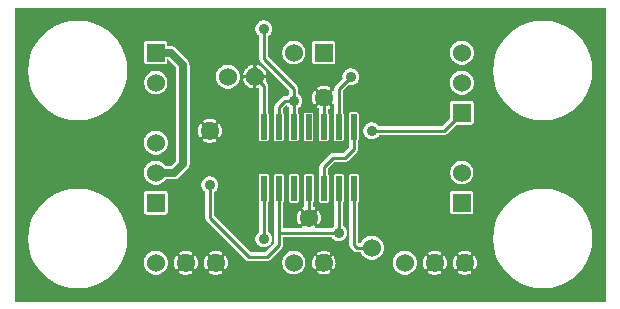
<source format=gtl>
G04 start of page 2 for group 0 idx 0 *
G04 Title: (unknown), top *
G04 Creator: pcb 20140316 *
G04 CreationDate: Sat 19 Jul 2014 12:31:25 AM GMT UTC *
G04 For: visage *
G04 Format: Gerber/RS-274X *
G04 PCB-Dimensions (mil): 2010.00 1020.00 *
G04 PCB-Coordinate-Origin: lower left *
%MOIN*%
%FSLAX25Y25*%
%LNTOP*%
%ADD20C,0.0380*%
%ADD19C,0.0350*%
%ADD18C,0.0200*%
%ADD17C,0.1260*%
%ADD16C,0.0360*%
%ADD15R,0.0200X0.0200*%
%ADD14C,0.0600*%
%ADD13C,0.0100*%
%ADD12C,0.0250*%
%ADD11C,0.0001*%
G54D11*G36*
X177974Y100000D02*X199000D01*
Y2000D01*
X177974D01*
Y6401D01*
X178000Y6399D01*
X180597Y6603D01*
X183130Y7211D01*
X185537Y8208D01*
X187758Y9569D01*
X189739Y11261D01*
X191431Y13242D01*
X192792Y15463D01*
X193789Y17870D01*
X194397Y20403D01*
X194550Y23000D01*
X194397Y25597D01*
X193789Y28130D01*
X192792Y30537D01*
X191431Y32758D01*
X189739Y34739D01*
X187758Y36431D01*
X185537Y37792D01*
X183130Y38789D01*
X180597Y39397D01*
X178000Y39601D01*
X177974Y39599D01*
Y62401D01*
X178000Y62399D01*
X180597Y62603D01*
X183130Y63211D01*
X185537Y64208D01*
X187758Y65569D01*
X189739Y67261D01*
X191431Y69242D01*
X192792Y71463D01*
X193789Y73870D01*
X194397Y76403D01*
X194550Y79000D01*
X194397Y81597D01*
X193789Y84130D01*
X192792Y86537D01*
X191431Y88758D01*
X189739Y90739D01*
X187758Y92431D01*
X185537Y93792D01*
X183130Y94789D01*
X180597Y95397D01*
X178000Y95601D01*
X177974Y95599D01*
Y100000D01*
G37*
G36*
X155284D02*X177974D01*
Y95599D01*
X175403Y95397D01*
X172870Y94789D01*
X170463Y93792D01*
X168242Y92431D01*
X166261Y90739D01*
X164569Y88758D01*
X163208Y86537D01*
X162211Y84130D01*
X161603Y81597D01*
X161399Y79000D01*
X161603Y76403D01*
X162211Y73870D01*
X163208Y71463D01*
X164569Y69242D01*
X166261Y67261D01*
X168242Y65569D01*
X170463Y64208D01*
X172870Y63211D01*
X175403Y62603D01*
X177974Y62401D01*
Y39599D01*
X175403Y39397D01*
X172870Y38789D01*
X170463Y37792D01*
X168242Y36431D01*
X166261Y34739D01*
X164569Y32758D01*
X163208Y30537D01*
X162211Y28130D01*
X161603Y25597D01*
X161399Y23000D01*
X161603Y20403D01*
X162211Y17870D01*
X163208Y15463D01*
X164569Y13242D01*
X166261Y11261D01*
X168242Y9569D01*
X170463Y8208D01*
X172870Y7211D01*
X175403Y6603D01*
X177974Y6401D01*
Y2000D01*
X155284D01*
Y12869D01*
X155287Y12870D01*
X155355Y12909D01*
X155416Y12958D01*
X155469Y13017D01*
X155511Y13083D01*
X155674Y13408D01*
X155803Y13748D01*
X155901Y14098D01*
X155967Y14456D01*
X156000Y14818D01*
Y15182D01*
X155967Y15544D01*
X155901Y15902D01*
X155803Y16252D01*
X155674Y16592D01*
X155515Y16919D01*
X155472Y16985D01*
X155419Y17044D01*
X155357Y17094D01*
X155288Y17133D01*
X155284Y17135D01*
Y100000D01*
G37*
G36*
X152002D02*X155284D01*
Y17135D01*
X155214Y17161D01*
X155137Y17177D01*
X155058Y17181D01*
X154979Y17173D01*
X154903Y17152D01*
X154830Y17120D01*
X154764Y17077D01*
X154705Y17024D01*
X154656Y16962D01*
X154616Y16893D01*
X154588Y16819D01*
X154572Y16742D01*
X154568Y16663D01*
X154576Y16584D01*
X154597Y16507D01*
X154630Y16436D01*
X154753Y16193D01*
X154850Y15938D01*
X154923Y15676D01*
X154972Y15408D01*
X154997Y15136D01*
Y14864D01*
X154972Y14592D01*
X154923Y14324D01*
X154850Y14062D01*
X154753Y13807D01*
X154633Y13563D01*
X154600Y13491D01*
X154579Y13416D01*
X154571Y13337D01*
X154575Y13259D01*
X154591Y13182D01*
X154619Y13108D01*
X154658Y13040D01*
X154707Y12979D01*
X154766Y12926D01*
X154832Y12883D01*
X154904Y12851D01*
X154980Y12830D01*
X155058Y12822D01*
X155136Y12826D01*
X155213Y12842D01*
X155284Y12869D01*
Y2000D01*
X152002D01*
Y11000D01*
X152182D01*
X152544Y11033D01*
X152902Y11099D01*
X153252Y11197D01*
X153592Y11326D01*
X153919Y11485D01*
X153985Y11528D01*
X154044Y11581D01*
X154094Y11643D01*
X154133Y11712D01*
X154161Y11786D01*
X154177Y11863D01*
X154181Y11942D01*
X154173Y12021D01*
X154152Y12097D01*
X154120Y12170D01*
X154077Y12236D01*
X154024Y12295D01*
X153962Y12344D01*
X153893Y12384D01*
X153819Y12412D01*
X153742Y12428D01*
X153663Y12432D01*
X153584Y12424D01*
X153507Y12403D01*
X153436Y12370D01*
X153193Y12247D01*
X152938Y12150D01*
X152676Y12077D01*
X152408Y12028D01*
X152136Y12003D01*
X152002D01*
Y17997D01*
X152136D01*
X152408Y17972D01*
X152676Y17923D01*
X152938Y17850D01*
X153193Y17753D01*
X153437Y17633D01*
X153509Y17600D01*
X153584Y17579D01*
X153663Y17571D01*
X153741Y17575D01*
X153818Y17591D01*
X153892Y17619D01*
X153960Y17658D01*
X154021Y17707D01*
X154074Y17766D01*
X154117Y17832D01*
X154149Y17904D01*
X154170Y17980D01*
X154178Y18058D01*
X154174Y18136D01*
X154158Y18213D01*
X154130Y18287D01*
X154091Y18355D01*
X154042Y18416D01*
X153983Y18469D01*
X153917Y18511D01*
X153592Y18674D01*
X153252Y18803D01*
X152902Y18901D01*
X152544Y18967D01*
X152182Y19000D01*
X152002D01*
Y31105D01*
X154141Y31108D01*
X154279Y31141D01*
X154410Y31196D01*
X154531Y31270D01*
X154638Y31362D01*
X154730Y31469D01*
X154804Y31590D01*
X154859Y31721D01*
X154892Y31859D01*
X154900Y32000D01*
X154892Y38141D01*
X154859Y38279D01*
X154804Y38410D01*
X154730Y38531D01*
X154638Y38638D01*
X154531Y38730D01*
X154410Y38804D01*
X154279Y38859D01*
X154141Y38892D01*
X154000Y38900D01*
X152002Y38897D01*
Y41230D01*
X152209Y41279D01*
X152776Y41514D01*
X153299Y41835D01*
X153766Y42234D01*
X154165Y42701D01*
X154486Y43224D01*
X154721Y43791D01*
X154864Y44388D01*
X154900Y45000D01*
X154864Y45612D01*
X154721Y46209D01*
X154486Y46776D01*
X154165Y47299D01*
X153766Y47766D01*
X153299Y48165D01*
X152776Y48486D01*
X152209Y48721D01*
X152002Y48770D01*
Y61006D01*
X154157Y61009D01*
X154310Y61046D01*
X154455Y61106D01*
X154590Y61188D01*
X154709Y61291D01*
X154812Y61410D01*
X154894Y61545D01*
X154954Y61690D01*
X154991Y61843D01*
X155000Y62000D01*
X154991Y68157D01*
X154954Y68310D01*
X154894Y68455D01*
X154812Y68590D01*
X154709Y68709D01*
X154590Y68812D01*
X154455Y68894D01*
X154310Y68954D01*
X154157Y68991D01*
X154000Y69000D01*
X152002Y68997D01*
Y71127D01*
X152240Y71184D01*
X152822Y71425D01*
X153358Y71754D01*
X153837Y72163D01*
X154246Y72642D01*
X154575Y73178D01*
X154816Y73760D01*
X154963Y74372D01*
X155000Y75000D01*
X154963Y75628D01*
X154816Y76240D01*
X154575Y76822D01*
X154246Y77358D01*
X153837Y77837D01*
X153358Y78246D01*
X152822Y78575D01*
X152240Y78816D01*
X152002Y78873D01*
Y81127D01*
X152240Y81184D01*
X152822Y81425D01*
X153358Y81754D01*
X153837Y82163D01*
X154246Y82642D01*
X154575Y83178D01*
X154816Y83760D01*
X154963Y84372D01*
X155000Y85000D01*
X154963Y85628D01*
X154816Y86240D01*
X154575Y86822D01*
X154246Y87358D01*
X153837Y87837D01*
X153358Y88246D01*
X152822Y88575D01*
X152240Y88816D01*
X152002Y88873D01*
Y100000D01*
G37*
G36*
X148716Y41826D02*X149224Y41514D01*
X149791Y41279D01*
X150388Y41136D01*
X151000Y41088D01*
X151612Y41136D01*
X152002Y41230D01*
Y38897D01*
X148716Y38893D01*
Y41826D01*
G37*
G36*
Y60595D02*X149123Y61002D01*
X152002Y61006D01*
Y48770D01*
X151612Y48864D01*
X151000Y48912D01*
X150388Y48864D01*
X149791Y48721D01*
X149224Y48486D01*
X148716Y48174D01*
Y60595D01*
G37*
G36*
X152002Y2000D02*X148716D01*
Y12865D01*
X148786Y12839D01*
X148863Y12823D01*
X148942Y12819D01*
X149021Y12827D01*
X149097Y12848D01*
X149170Y12880D01*
X149236Y12923D01*
X149295Y12976D01*
X149344Y13038D01*
X149384Y13107D01*
X149412Y13181D01*
X149428Y13258D01*
X149432Y13337D01*
X149424Y13416D01*
X149403Y13493D01*
X149370Y13564D01*
X149247Y13807D01*
X149150Y14062D01*
X149077Y14324D01*
X149028Y14592D01*
X149003Y14864D01*
Y15136D01*
X149028Y15408D01*
X149077Y15676D01*
X149150Y15938D01*
X149247Y16193D01*
X149367Y16437D01*
X149400Y16509D01*
X149421Y16585D01*
X149429Y16663D01*
X149425Y16741D01*
X149409Y16818D01*
X149381Y16892D01*
X149342Y16960D01*
X149293Y17021D01*
X149234Y17074D01*
X149168Y17117D01*
X149096Y17149D01*
X149020Y17170D01*
X148942Y17178D01*
X148864Y17174D01*
X148787Y17158D01*
X148716Y17131D01*
Y31101D01*
X152002Y31105D01*
Y19000D01*
X151818D01*
X151456Y18967D01*
X151098Y18901D01*
X150748Y18803D01*
X150408Y18674D01*
X150081Y18515D01*
X150015Y18472D01*
X149956Y18419D01*
X149906Y18357D01*
X149867Y18288D01*
X149839Y18214D01*
X149823Y18137D01*
X149819Y18058D01*
X149827Y17979D01*
X149848Y17903D01*
X149880Y17830D01*
X149923Y17764D01*
X149976Y17705D01*
X150038Y17656D01*
X150107Y17616D01*
X150181Y17588D01*
X150258Y17572D01*
X150337Y17568D01*
X150416Y17576D01*
X150493Y17597D01*
X150564Y17630D01*
X150807Y17753D01*
X151062Y17850D01*
X151324Y17923D01*
X151592Y17972D01*
X151864Y17997D01*
X152002D01*
Y12003D01*
X151864D01*
X151592Y12028D01*
X151324Y12077D01*
X151062Y12150D01*
X150807Y12247D01*
X150563Y12367D01*
X150491Y12400D01*
X150415Y12421D01*
X150337Y12429D01*
X150259Y12425D01*
X150182Y12409D01*
X150108Y12381D01*
X150040Y12342D01*
X149979Y12293D01*
X149926Y12234D01*
X149883Y12168D01*
X149851Y12096D01*
X149830Y12020D01*
X149822Y11942D01*
X149826Y11864D01*
X149842Y11787D01*
X149870Y11713D01*
X149909Y11645D01*
X149958Y11584D01*
X150017Y11531D01*
X150083Y11489D01*
X150408Y11326D01*
X150748Y11197D01*
X151098Y11099D01*
X151456Y11033D01*
X151818Y11000D01*
X152002D01*
Y2000D01*
G37*
G36*
X148716D02*X145284D01*
Y12869D01*
X145287Y12870D01*
X145355Y12909D01*
X145416Y12958D01*
X145469Y13017D01*
X145511Y13083D01*
X145674Y13408D01*
X145803Y13748D01*
X145901Y14098D01*
X145967Y14456D01*
X146000Y14818D01*
Y15182D01*
X145967Y15544D01*
X145901Y15902D01*
X145803Y16252D01*
X145674Y16592D01*
X145515Y16919D01*
X145472Y16985D01*
X145419Y17044D01*
X145357Y17094D01*
X145288Y17133D01*
X145284Y17135D01*
Y57526D01*
X145465Y57569D01*
X145683Y57659D01*
X145884Y57783D01*
X146064Y57936D01*
X146102Y57981D01*
X148716Y60595D01*
Y48174D01*
X148701Y48165D01*
X148234Y47766D01*
X147835Y47299D01*
X147514Y46776D01*
X147279Y46209D01*
X147136Y45612D01*
X147088Y45000D01*
X147136Y44388D01*
X147279Y43791D01*
X147514Y43224D01*
X147835Y42701D01*
X148234Y42234D01*
X148701Y41835D01*
X148716Y41826D01*
Y38893D01*
X147859Y38892D01*
X147721Y38859D01*
X147590Y38804D01*
X147469Y38730D01*
X147362Y38638D01*
X147270Y38531D01*
X147196Y38410D01*
X147141Y38279D01*
X147108Y38141D01*
X147100Y38000D01*
X147108Y31859D01*
X147141Y31721D01*
X147196Y31590D01*
X147270Y31469D01*
X147362Y31362D01*
X147469Y31270D01*
X147590Y31196D01*
X147721Y31141D01*
X147859Y31108D01*
X148000Y31100D01*
X148716Y31101D01*
Y17131D01*
X148713Y17130D01*
X148645Y17091D01*
X148584Y17042D01*
X148531Y16983D01*
X148489Y16917D01*
X148326Y16592D01*
X148197Y16252D01*
X148099Y15902D01*
X148033Y15544D01*
X148000Y15182D01*
Y14818D01*
X148033Y14456D01*
X148099Y14098D01*
X148197Y13748D01*
X148326Y13408D01*
X148485Y13081D01*
X148528Y13015D01*
X148581Y12956D01*
X148643Y12906D01*
X148712Y12867D01*
X148716Y12865D01*
Y2000D01*
G37*
G36*
X145284Y100000D02*X152002D01*
Y88873D01*
X151628Y88963D01*
X151000Y89012D01*
X150372Y88963D01*
X149760Y88816D01*
X149178Y88575D01*
X148642Y88246D01*
X148163Y87837D01*
X147754Y87358D01*
X147425Y86822D01*
X147184Y86240D01*
X147037Y85628D01*
X146988Y85000D01*
X147037Y84372D01*
X147184Y83760D01*
X147425Y83178D01*
X147754Y82642D01*
X148163Y82163D01*
X148642Y81754D01*
X149178Y81425D01*
X149760Y81184D01*
X150372Y81037D01*
X151000Y80988D01*
X151628Y81037D01*
X152002Y81127D01*
Y78873D01*
X151628Y78963D01*
X151000Y79012D01*
X150372Y78963D01*
X149760Y78816D01*
X149178Y78575D01*
X148642Y78246D01*
X148163Y77837D01*
X147754Y77358D01*
X147425Y76822D01*
X147184Y76240D01*
X147037Y75628D01*
X146988Y75000D01*
X147037Y74372D01*
X147184Y73760D01*
X147425Y73178D01*
X147754Y72642D01*
X148163Y72163D01*
X148642Y71754D01*
X149178Y71425D01*
X149760Y71184D01*
X150372Y71037D01*
X151000Y70988D01*
X151628Y71037D01*
X152002Y71127D01*
Y68997D01*
X147843Y68991D01*
X147690Y68954D01*
X147545Y68894D01*
X147410Y68812D01*
X147291Y68709D01*
X147188Y68590D01*
X147106Y68455D01*
X147046Y68310D01*
X147009Y68157D01*
X147000Y68000D01*
X147007Y63129D01*
X145284Y61405D01*
Y100000D01*
G37*
G36*
Y2000D02*X142002D01*
Y11000D01*
X142182D01*
X142544Y11033D01*
X142902Y11099D01*
X143252Y11197D01*
X143592Y11326D01*
X143919Y11485D01*
X143985Y11528D01*
X144044Y11581D01*
X144094Y11643D01*
X144133Y11712D01*
X144161Y11786D01*
X144177Y11863D01*
X144181Y11942D01*
X144173Y12021D01*
X144152Y12097D01*
X144120Y12170D01*
X144077Y12236D01*
X144024Y12295D01*
X143962Y12344D01*
X143893Y12384D01*
X143819Y12412D01*
X143742Y12428D01*
X143663Y12432D01*
X143584Y12424D01*
X143507Y12403D01*
X143436Y12370D01*
X143193Y12247D01*
X142938Y12150D01*
X142676Y12077D01*
X142408Y12028D01*
X142136Y12003D01*
X142002D01*
Y17997D01*
X142136D01*
X142408Y17972D01*
X142676Y17923D01*
X142938Y17850D01*
X143193Y17753D01*
X143437Y17633D01*
X143509Y17600D01*
X143584Y17579D01*
X143663Y17571D01*
X143741Y17575D01*
X143818Y17591D01*
X143892Y17619D01*
X143960Y17658D01*
X144021Y17707D01*
X144074Y17766D01*
X144117Y17832D01*
X144149Y17904D01*
X144170Y17980D01*
X144178Y18058D01*
X144174Y18136D01*
X144158Y18213D01*
X144130Y18287D01*
X144091Y18355D01*
X144042Y18416D01*
X143983Y18469D01*
X143917Y18511D01*
X143592Y18674D01*
X143252Y18803D01*
X142902Y18901D01*
X142544Y18967D01*
X142182Y19000D01*
X142002D01*
Y57500D01*
X144941D01*
X145000Y57495D01*
X145235Y57514D01*
X145235Y57514D01*
X145284Y57526D01*
Y17135D01*
X145214Y17161D01*
X145137Y17177D01*
X145058Y17181D01*
X144979Y17173D01*
X144903Y17152D01*
X144830Y17120D01*
X144764Y17077D01*
X144705Y17024D01*
X144656Y16962D01*
X144616Y16893D01*
X144588Y16819D01*
X144572Y16742D01*
X144568Y16663D01*
X144576Y16584D01*
X144597Y16507D01*
X144630Y16436D01*
X144753Y16193D01*
X144850Y15938D01*
X144923Y15676D01*
X144972Y15408D01*
X144997Y15136D01*
Y14864D01*
X144972Y14592D01*
X144923Y14324D01*
X144850Y14062D01*
X144753Y13807D01*
X144633Y13563D01*
X144600Y13491D01*
X144579Y13416D01*
X144571Y13337D01*
X144575Y13259D01*
X144591Y13182D01*
X144619Y13108D01*
X144658Y13040D01*
X144707Y12979D01*
X144766Y12926D01*
X144832Y12883D01*
X144904Y12851D01*
X144980Y12830D01*
X145058Y12822D01*
X145136Y12826D01*
X145213Y12842D01*
X145284Y12869D01*
Y2000D01*
G37*
G36*
X142002Y100000D02*X145284D01*
Y61405D01*
X144379Y60500D01*
X142002D01*
Y100000D01*
G37*
G36*
Y2000D02*X138716D01*
Y12865D01*
X138786Y12839D01*
X138863Y12823D01*
X138942Y12819D01*
X139021Y12827D01*
X139097Y12848D01*
X139170Y12880D01*
X139236Y12923D01*
X139295Y12976D01*
X139344Y13038D01*
X139384Y13107D01*
X139412Y13181D01*
X139428Y13258D01*
X139432Y13337D01*
X139424Y13416D01*
X139403Y13493D01*
X139370Y13564D01*
X139247Y13807D01*
X139150Y14062D01*
X139077Y14324D01*
X139028Y14592D01*
X139003Y14864D01*
Y15136D01*
X139028Y15408D01*
X139077Y15676D01*
X139150Y15938D01*
X139247Y16193D01*
X139367Y16437D01*
X139400Y16509D01*
X139421Y16585D01*
X139429Y16663D01*
X139425Y16741D01*
X139409Y16818D01*
X139381Y16892D01*
X139342Y16960D01*
X139293Y17021D01*
X139234Y17074D01*
X139168Y17117D01*
X139096Y17149D01*
X139020Y17170D01*
X138942Y17178D01*
X138864Y17174D01*
X138787Y17158D01*
X138716Y17131D01*
Y57500D01*
X142002D01*
Y19000D01*
X141818D01*
X141456Y18967D01*
X141098Y18901D01*
X140748Y18803D01*
X140408Y18674D01*
X140081Y18515D01*
X140015Y18472D01*
X139956Y18419D01*
X139906Y18357D01*
X139867Y18288D01*
X139839Y18214D01*
X139823Y18137D01*
X139819Y18058D01*
X139827Y17979D01*
X139848Y17903D01*
X139880Y17830D01*
X139923Y17764D01*
X139976Y17705D01*
X140038Y17656D01*
X140107Y17616D01*
X140181Y17588D01*
X140258Y17572D01*
X140337Y17568D01*
X140416Y17576D01*
X140493Y17597D01*
X140564Y17630D01*
X140807Y17753D01*
X141062Y17850D01*
X141324Y17923D01*
X141592Y17972D01*
X141864Y17997D01*
X142002D01*
Y12003D01*
X141864D01*
X141592Y12028D01*
X141324Y12077D01*
X141062Y12150D01*
X140807Y12247D01*
X140563Y12367D01*
X140491Y12400D01*
X140415Y12421D01*
X140337Y12429D01*
X140259Y12425D01*
X140182Y12409D01*
X140108Y12381D01*
X140040Y12342D01*
X139979Y12293D01*
X139926Y12234D01*
X139883Y12168D01*
X139851Y12096D01*
X139830Y12020D01*
X139822Y11942D01*
X139826Y11864D01*
X139842Y11787D01*
X139870Y11713D01*
X139909Y11645D01*
X139958Y11584D01*
X140017Y11531D01*
X140083Y11489D01*
X140408Y11326D01*
X140748Y11197D01*
X141098Y11099D01*
X141456Y11033D01*
X141818Y11000D01*
X142002D01*
Y2000D01*
G37*
G36*
X138716D02*X136596D01*
Y57500D01*
X138716D01*
Y17131D01*
X138713Y17130D01*
X138645Y17091D01*
X138584Y17042D01*
X138531Y16983D01*
X138489Y16917D01*
X138326Y16592D01*
X138197Y16252D01*
X138099Y15902D01*
X138033Y15544D01*
X138000Y15182D01*
Y14818D01*
X138033Y14456D01*
X138099Y14098D01*
X138197Y13748D01*
X138326Y13408D01*
X138485Y13081D01*
X138528Y13015D01*
X138581Y12956D01*
X138643Y12906D01*
X138712Y12867D01*
X138716Y12865D01*
Y2000D01*
G37*
G36*
X136596Y100000D02*X142002D01*
Y60500D01*
X136596D01*
Y100000D01*
G37*
G36*
X52899Y82750D02*X53068D01*
X55750Y80068D01*
Y48932D01*
X54068Y47250D01*
X52622D01*
Y53293D01*
X52816Y53760D01*
X52963Y54372D01*
X53000Y55000D01*
X52963Y55628D01*
X52816Y56240D01*
X52622Y56707D01*
Y73554D01*
X52721Y73791D01*
X52864Y74388D01*
X52900Y75000D01*
X52864Y75612D01*
X52721Y76209D01*
X52622Y76446D01*
Y81348D01*
X52638Y81362D01*
X52730Y81469D01*
X52804Y81590D01*
X52859Y81721D01*
X52892Y81859D01*
X52900Y82000D01*
X52899Y82750D01*
G37*
G36*
X131994Y57500D02*X136596D01*
Y2000D01*
X131994D01*
Y10988D01*
X132000Y10988D01*
X132628Y11037D01*
X133240Y11184D01*
X133822Y11425D01*
X134358Y11754D01*
X134837Y12163D01*
X135246Y12642D01*
X135575Y13178D01*
X135816Y13760D01*
X135963Y14372D01*
X136000Y15000D01*
X135963Y15628D01*
X135816Y16240D01*
X135575Y16822D01*
X135246Y17358D01*
X134837Y17837D01*
X134358Y18246D01*
X133822Y18575D01*
X133240Y18816D01*
X132628Y18963D01*
X132000Y19012D01*
X131994Y19012D01*
Y57500D01*
G37*
G36*
X119200Y56855D02*X119349Y56728D01*
X119725Y56497D01*
X120132Y56329D01*
X120561Y56226D01*
X121000Y56191D01*
X121439Y56226D01*
X121868Y56329D01*
X122275Y56497D01*
X122651Y56728D01*
X122986Y57014D01*
X123272Y57349D01*
X123365Y57500D01*
X131994D01*
Y19012D01*
X131372Y18963D01*
X130760Y18816D01*
X130178Y18575D01*
X129642Y18246D01*
X129163Y17837D01*
X128754Y17358D01*
X128425Y16822D01*
X128184Y16240D01*
X128037Y15628D01*
X127988Y15000D01*
X128037Y14372D01*
X128184Y13760D01*
X128425Y13178D01*
X128754Y12642D01*
X129163Y12163D01*
X129642Y11754D01*
X130178Y11425D01*
X130760Y11184D01*
X131372Y11037D01*
X131994Y10988D01*
Y2000D01*
X119200D01*
Y16416D01*
X119760Y16184D01*
X120372Y16037D01*
X121000Y15988D01*
X121628Y16037D01*
X122240Y16184D01*
X122822Y16425D01*
X123358Y16754D01*
X123837Y17163D01*
X124246Y17642D01*
X124575Y18178D01*
X124816Y18760D01*
X124963Y19372D01*
X125000Y20000D01*
X124963Y20628D01*
X124816Y21240D01*
X124575Y21822D01*
X124246Y22358D01*
X123837Y22837D01*
X123358Y23246D01*
X122822Y23575D01*
X122240Y23816D01*
X121628Y23963D01*
X121000Y24012D01*
X120372Y23963D01*
X119760Y23816D01*
X119200Y23584D01*
Y56855D01*
G37*
G36*
Y100000D02*X136596D01*
Y60500D01*
X123365D01*
X123272Y60651D01*
X122986Y60986D01*
X122651Y61272D01*
X122275Y61503D01*
X121868Y61671D01*
X121439Y61774D01*
X121000Y61809D01*
X120561Y61774D01*
X120132Y61671D01*
X119725Y61503D01*
X119349Y61272D01*
X119200Y61145D01*
Y100000D01*
G37*
G36*
X112184D02*X119200D01*
Y61145D01*
X119014Y60986D01*
X118728Y60651D01*
X118497Y60275D01*
X118329Y59868D01*
X118226Y59439D01*
X118191Y59000D01*
X118226Y58561D01*
X118329Y58132D01*
X118497Y57725D01*
X118728Y57349D01*
X119014Y57014D01*
X119200Y56855D01*
Y23584D01*
X119178Y23575D01*
X118642Y23246D01*
X118163Y22837D01*
X117754Y22358D01*
X117425Y21822D01*
X117292Y21500D01*
X116621D01*
X116500Y21621D01*
Y35168D01*
X116536Y35227D01*
X116572Y35314D01*
X116594Y35406D01*
X116600Y35500D01*
X116594Y44094D01*
X116572Y44186D01*
X116536Y44273D01*
X116487Y44354D01*
X116426Y44426D01*
X116354Y44487D01*
X116273Y44536D01*
X116186Y44572D01*
X116094Y44594D01*
X116000Y44600D01*
X113906Y44594D01*
X113814Y44572D01*
X113727Y44536D01*
X113646Y44487D01*
X113574Y44426D01*
X113513Y44354D01*
X113464Y44273D01*
X113428Y44186D01*
X113406Y44094D01*
X113400Y44000D01*
X113406Y35406D01*
X113428Y35314D01*
X113464Y35227D01*
X113500Y35168D01*
Y21059D01*
X113495Y21000D01*
X113514Y20765D01*
X113569Y20535D01*
X113659Y20317D01*
X113783Y20116D01*
X113936Y19936D01*
X113981Y19898D01*
X114898Y18981D01*
X114936Y18936D01*
X115116Y18783D01*
X115317Y18659D01*
X115535Y18569D01*
X115765Y18514D01*
X116000Y18495D01*
X116059Y18500D01*
X117292D01*
X117425Y18178D01*
X117754Y17642D01*
X118163Y17163D01*
X118642Y16754D01*
X119178Y16425D01*
X119200Y16416D01*
Y2000D01*
X112184D01*
Y23246D01*
X112272Y23349D01*
X112503Y23725D01*
X112671Y24132D01*
X112774Y24561D01*
X112800Y25000D01*
X112774Y25439D01*
X112671Y25868D01*
X112503Y26275D01*
X112272Y26651D01*
X112184Y26754D01*
Y48510D01*
X112235Y48514D01*
X112235Y48514D01*
X112465Y48569D01*
X112683Y48659D01*
X112884Y48783D01*
X113064Y48936D01*
X113102Y48981D01*
X116019Y51898D01*
X116064Y51936D01*
X116217Y52115D01*
X116217Y52116D01*
X116341Y52317D01*
X116431Y52535D01*
X116486Y52765D01*
X116505Y53000D01*
X116500Y53059D01*
Y55668D01*
X116536Y55727D01*
X116572Y55814D01*
X116594Y55906D01*
X116600Y56000D01*
X116594Y64594D01*
X116572Y64686D01*
X116536Y64773D01*
X116487Y64854D01*
X116426Y64926D01*
X116354Y64987D01*
X116273Y65036D01*
X116186Y65072D01*
X116094Y65094D01*
X116000Y65100D01*
X113906Y65094D01*
X113814Y65072D01*
X113727Y65036D01*
X113646Y64987D01*
X113574Y64926D01*
X113513Y64854D01*
X113464Y64773D01*
X113428Y64686D01*
X113406Y64594D01*
X113400Y64500D01*
X113406Y55906D01*
X113428Y55814D01*
X113464Y55727D01*
X113500Y55668D01*
Y53621D01*
X112184Y52305D01*
Y73062D01*
X113389Y74267D01*
X113561Y74226D01*
X114000Y74191D01*
X114439Y74226D01*
X114868Y74329D01*
X115275Y74497D01*
X115651Y74728D01*
X115986Y75014D01*
X116272Y75349D01*
X116503Y75725D01*
X116671Y76132D01*
X116774Y76561D01*
X116800Y77000D01*
X116774Y77439D01*
X116671Y77868D01*
X116503Y78275D01*
X116272Y78651D01*
X115986Y78986D01*
X115651Y79272D01*
X115275Y79503D01*
X114868Y79671D01*
X114439Y79774D01*
X114000Y79809D01*
X113561Y79774D01*
X113132Y79671D01*
X112725Y79503D01*
X112349Y79272D01*
X112184Y79131D01*
Y100000D01*
G37*
G36*
X108218Y22840D02*X108349Y22728D01*
X108725Y22497D01*
X109132Y22329D01*
X109561Y22226D01*
X110000Y22191D01*
X110439Y22226D01*
X110868Y22329D01*
X111275Y22497D01*
X111651Y22728D01*
X111986Y23014D01*
X112184Y23246D01*
Y2000D01*
X108218D01*
Y12886D01*
X108232Y12893D01*
X108288Y12936D01*
X108337Y12988D01*
X108376Y13047D01*
X108537Y13347D01*
X108667Y13663D01*
X108770Y13988D01*
X108844Y14321D01*
X108889Y14659D01*
X108904Y15000D01*
X108889Y15341D01*
X108844Y15679D01*
X108770Y16012D01*
X108667Y16337D01*
X108537Y16653D01*
X108379Y16955D01*
X108339Y17014D01*
X108290Y17066D01*
X108233Y17109D01*
X108218Y17117D01*
Y22840D01*
G37*
G36*
X105001Y23500D02*X107635D01*
X107728Y23349D01*
X108014Y23014D01*
X108218Y22840D01*
Y17117D01*
X108171Y17143D01*
X108103Y17167D01*
X108033Y17180D01*
X107962Y17181D01*
X107891Y17172D01*
X107823Y17152D01*
X107759Y17121D01*
X107700Y17081D01*
X107648Y17031D01*
X107605Y16975D01*
X107571Y16912D01*
X107547Y16845D01*
X107534Y16775D01*
X107533Y16704D01*
X107542Y16633D01*
X107562Y16565D01*
X107594Y16501D01*
X107718Y16270D01*
X107818Y16028D01*
X107897Y15778D01*
X107954Y15522D01*
X107989Y15262D01*
X108000Y15000D01*
X107989Y14738D01*
X107954Y14478D01*
X107897Y14222D01*
X107818Y13972D01*
X107718Y13730D01*
X107597Y13498D01*
X107565Y13434D01*
X107545Y13366D01*
X107535Y13296D01*
X107537Y13225D01*
X107550Y13156D01*
X107574Y13089D01*
X107607Y13027D01*
X107650Y12971D01*
X107702Y12922D01*
X107760Y12882D01*
X107824Y12851D01*
X107892Y12831D01*
X107962Y12821D01*
X108033Y12823D01*
X108103Y12836D01*
X108169Y12860D01*
X108218Y12886D01*
Y2000D01*
X105001D01*
Y11096D01*
X105341Y11111D01*
X105679Y11156D01*
X106012Y11230D01*
X106337Y11333D01*
X106653Y11463D01*
X106955Y11621D01*
X107014Y11661D01*
X107066Y11710D01*
X107109Y11767D01*
X107143Y11829D01*
X107167Y11897D01*
X107180Y11967D01*
X107181Y12038D01*
X107172Y12109D01*
X107152Y12177D01*
X107121Y12241D01*
X107081Y12300D01*
X107031Y12352D01*
X106975Y12395D01*
X106912Y12429D01*
X106845Y12453D01*
X106775Y12466D01*
X106704Y12467D01*
X106633Y12458D01*
X106565Y12438D01*
X106501Y12406D01*
X106270Y12282D01*
X106028Y12182D01*
X105778Y12103D01*
X105522Y12046D01*
X105262Y12011D01*
X105001Y12000D01*
Y18000D01*
X105262Y17989D01*
X105522Y17954D01*
X105778Y17897D01*
X106028Y17818D01*
X106270Y17718D01*
X106502Y17597D01*
X106566Y17565D01*
X106634Y17545D01*
X106704Y17535D01*
X106775Y17537D01*
X106844Y17550D01*
X106911Y17574D01*
X106973Y17607D01*
X107030Y17650D01*
X107078Y17702D01*
X107118Y17760D01*
X107149Y17824D01*
X107169Y17892D01*
X107179Y17962D01*
X107177Y18033D01*
X107164Y18103D01*
X107140Y18169D01*
X107107Y18232D01*
X107064Y18288D01*
X107012Y18337D01*
X106953Y18376D01*
X106653Y18537D01*
X106337Y18667D01*
X106012Y18770D01*
X105679Y18844D01*
X105341Y18889D01*
X105001Y18904D01*
Y23500D01*
G37*
G36*
X101782D02*X105001D01*
Y18904D01*
X105000Y18904D01*
X104659Y18889D01*
X104321Y18844D01*
X103988Y18770D01*
X103663Y18667D01*
X103347Y18537D01*
X103045Y18379D01*
X102986Y18339D01*
X102934Y18290D01*
X102891Y18233D01*
X102857Y18171D01*
X102833Y18103D01*
X102820Y18033D01*
X102819Y17962D01*
X102828Y17891D01*
X102848Y17823D01*
X102879Y17759D01*
X102919Y17700D01*
X102969Y17648D01*
X103025Y17605D01*
X103088Y17571D01*
X103155Y17547D01*
X103225Y17534D01*
X103296Y17533D01*
X103367Y17542D01*
X103435Y17562D01*
X103499Y17594D01*
X103730Y17718D01*
X103972Y17818D01*
X104222Y17897D01*
X104478Y17954D01*
X104738Y17989D01*
X105000Y18000D01*
X105001Y18000D01*
Y12000D01*
X105000Y12000D01*
X104738Y12011D01*
X104478Y12046D01*
X104222Y12103D01*
X103972Y12182D01*
X103730Y12282D01*
X103498Y12403D01*
X103434Y12435D01*
X103366Y12455D01*
X103296Y12465D01*
X103225Y12463D01*
X103156Y12450D01*
X103089Y12426D01*
X103027Y12393D01*
X102970Y12350D01*
X102922Y12298D01*
X102882Y12240D01*
X102851Y12176D01*
X102831Y12108D01*
X102821Y12038D01*
X102823Y11967D01*
X102836Y11897D01*
X102860Y11831D01*
X102893Y11768D01*
X102936Y11712D01*
X102988Y11663D01*
X103047Y11624D01*
X103347Y11463D01*
X103663Y11333D01*
X103988Y11230D01*
X104321Y11156D01*
X104659Y11111D01*
X105000Y11096D01*
X105001Y11096D01*
Y2000D01*
X101782D01*
Y12883D01*
X101829Y12857D01*
X101897Y12833D01*
X101967Y12820D01*
X102038Y12819D01*
X102109Y12828D01*
X102177Y12848D01*
X102241Y12879D01*
X102300Y12919D01*
X102352Y12969D01*
X102395Y13025D01*
X102429Y13088D01*
X102453Y13155D01*
X102466Y13225D01*
X102467Y13296D01*
X102458Y13367D01*
X102438Y13435D01*
X102406Y13499D01*
X102282Y13730D01*
X102182Y13972D01*
X102103Y14222D01*
X102046Y14478D01*
X102011Y14738D01*
X102000Y15000D01*
X102011Y15262D01*
X102046Y15522D01*
X102103Y15778D01*
X102182Y16028D01*
X102282Y16270D01*
X102403Y16502D01*
X102435Y16566D01*
X102455Y16634D01*
X102465Y16704D01*
X102463Y16775D01*
X102450Y16844D01*
X102426Y16911D01*
X102393Y16973D01*
X102350Y17030D01*
X102298Y17078D01*
X102240Y17118D01*
X102176Y17149D01*
X102108Y17169D01*
X102038Y17179D01*
X101967Y17177D01*
X101897Y17164D01*
X101831Y17140D01*
X101782Y17114D01*
Y23500D01*
G37*
G36*
X94994D02*X101782D01*
Y17114D01*
X101768Y17107D01*
X101712Y17064D01*
X101663Y17012D01*
X101624Y16953D01*
X101463Y16653D01*
X101333Y16337D01*
X101230Y16012D01*
X101156Y15679D01*
X101111Y15341D01*
X101096Y15000D01*
X101111Y14659D01*
X101156Y14321D01*
X101230Y13988D01*
X101333Y13663D01*
X101463Y13347D01*
X101621Y13045D01*
X101661Y12986D01*
X101710Y12934D01*
X101767Y12891D01*
X101782Y12883D01*
Y2000D01*
X94994D01*
Y11088D01*
X95000Y11088D01*
X95612Y11136D01*
X96209Y11279D01*
X96776Y11514D01*
X97299Y11835D01*
X97766Y12234D01*
X98165Y12701D01*
X98486Y13224D01*
X98721Y13791D01*
X98864Y14388D01*
X98900Y15000D01*
X98864Y15612D01*
X98721Y16209D01*
X98486Y16776D01*
X98165Y17299D01*
X97766Y17766D01*
X97299Y18165D01*
X96776Y18486D01*
X96209Y18721D01*
X95612Y18864D01*
X95000Y18912D01*
X94994Y18912D01*
Y23500D01*
G37*
G36*
X83548Y15500D02*X85941D01*
X86000Y15495D01*
X86235Y15514D01*
X86235Y15514D01*
X86465Y15569D01*
X86683Y15659D01*
X86884Y15783D01*
X87064Y15936D01*
X87102Y15981D01*
X91019Y19898D01*
X91064Y19936D01*
X91217Y20115D01*
X91217Y20116D01*
X91341Y20317D01*
X91431Y20535D01*
X91486Y20765D01*
X91505Y21000D01*
X91500Y21059D01*
Y23500D01*
X94994D01*
Y18912D01*
X94388Y18864D01*
X93791Y18721D01*
X93224Y18486D01*
X92701Y18165D01*
X92234Y17766D01*
X91835Y17299D01*
X91514Y16776D01*
X91279Y16209D01*
X91136Y15612D01*
X91088Y15000D01*
X91136Y14388D01*
X91279Y13791D01*
X91514Y13224D01*
X91835Y12701D01*
X92234Y12234D01*
X92701Y11835D01*
X93224Y11514D01*
X93791Y11279D01*
X94388Y11136D01*
X94994Y11088D01*
Y2000D01*
X83548D01*
Y15500D01*
G37*
G36*
X105002Y34903D02*X106094Y34906D01*
X106186Y34928D01*
X106273Y34964D01*
X106354Y35013D01*
X106426Y35074D01*
X106487Y35146D01*
X106536Y35227D01*
X106572Y35314D01*
X106594Y35406D01*
X106600Y35500D01*
X106594Y44094D01*
X106572Y44186D01*
X106536Y44273D01*
X106500Y44332D01*
Y46379D01*
X108621Y48500D01*
X111941D01*
X112000Y48495D01*
X112184Y48510D01*
Y26754D01*
X111986Y26986D01*
X111651Y27272D01*
X111500Y27365D01*
Y35168D01*
X111536Y35227D01*
X111572Y35314D01*
X111594Y35406D01*
X111600Y35500D01*
X111594Y44094D01*
X111572Y44186D01*
X111536Y44273D01*
X111487Y44354D01*
X111426Y44426D01*
X111354Y44487D01*
X111273Y44536D01*
X111186Y44572D01*
X111094Y44594D01*
X111000Y44600D01*
X108906Y44594D01*
X108814Y44572D01*
X108727Y44536D01*
X108646Y44487D01*
X108574Y44426D01*
X108513Y44354D01*
X108464Y44273D01*
X108428Y44186D01*
X108406Y44094D01*
X108400Y44000D01*
X108406Y35406D01*
X108428Y35314D01*
X108464Y35227D01*
X108500Y35168D01*
Y27365D01*
X108349Y27272D01*
X108014Y26986D01*
X107728Y26651D01*
X107635Y26500D01*
X105002D01*
Y34903D01*
G37*
G36*
Y100000D02*X112184D01*
Y79131D01*
X112014Y78986D01*
X111728Y78651D01*
X111497Y78275D01*
X111329Y77868D01*
X111226Y77439D01*
X111191Y77000D01*
X111226Y76561D01*
X111267Y76389D01*
X108981Y74102D01*
X108936Y74064D01*
X108783Y73884D01*
X108659Y73683D01*
X108569Y73465D01*
X108514Y73235D01*
X108514Y73235D01*
X108495Y73000D01*
X108500Y72941D01*
Y71941D01*
X108472Y71985D01*
X108419Y72044D01*
X108357Y72094D01*
X108288Y72133D01*
X108214Y72161D01*
X108137Y72177D01*
X108058Y72181D01*
X107979Y72173D01*
X107903Y72152D01*
X107830Y72120D01*
X107764Y72077D01*
X107705Y72024D01*
X107656Y71962D01*
X107616Y71893D01*
X107588Y71819D01*
X107572Y71742D01*
X107568Y71663D01*
X107576Y71584D01*
X107597Y71507D01*
X107630Y71436D01*
X107753Y71193D01*
X107850Y70938D01*
X107923Y70676D01*
X107972Y70408D01*
X107997Y70136D01*
Y69864D01*
X107972Y69592D01*
X107923Y69324D01*
X107850Y69062D01*
X107753Y68807D01*
X107633Y68563D01*
X107600Y68491D01*
X107579Y68416D01*
X107571Y68337D01*
X107575Y68259D01*
X107591Y68182D01*
X107619Y68108D01*
X107658Y68040D01*
X107707Y67979D01*
X107766Y67926D01*
X107832Y67883D01*
X107904Y67851D01*
X107980Y67830D01*
X108058Y67822D01*
X108136Y67826D01*
X108213Y67842D01*
X108287Y67870D01*
X108355Y67909D01*
X108416Y67958D01*
X108469Y68017D01*
X108500Y68066D01*
Y64832D01*
X108464Y64773D01*
X108428Y64686D01*
X108406Y64594D01*
X108400Y64500D01*
X108406Y55906D01*
X108428Y55814D01*
X108464Y55727D01*
X108513Y55646D01*
X108574Y55574D01*
X108646Y55513D01*
X108727Y55464D01*
X108814Y55428D01*
X108906Y55406D01*
X109000Y55400D01*
X111094Y55406D01*
X111186Y55428D01*
X111273Y55464D01*
X111354Y55513D01*
X111426Y55574D01*
X111487Y55646D01*
X111536Y55727D01*
X111572Y55814D01*
X111594Y55906D01*
X111600Y56000D01*
X111594Y64594D01*
X111572Y64686D01*
X111536Y64773D01*
X111500Y64832D01*
Y72379D01*
X112184Y73062D01*
Y52305D01*
X111379Y51500D01*
X108059D01*
X108000Y51505D01*
X107765Y51486D01*
X107535Y51431D01*
X107317Y51341D01*
X107116Y51217D01*
X107115Y51217D01*
X106936Y51064D01*
X106898Y51019D01*
X105002Y49123D01*
Y55403D01*
X106094Y55406D01*
X106186Y55428D01*
X106273Y55464D01*
X106354Y55513D01*
X106426Y55574D01*
X106487Y55646D01*
X106536Y55727D01*
X106572Y55814D01*
X106594Y55906D01*
X106600Y56000D01*
X106594Y64594D01*
X106572Y64686D01*
X106536Y64773D01*
X106500Y64832D01*
Y66291D01*
X106592Y66326D01*
X106919Y66485D01*
X106985Y66528D01*
X107044Y66581D01*
X107094Y66643D01*
X107133Y66712D01*
X107161Y66786D01*
X107177Y66863D01*
X107181Y66942D01*
X107173Y67021D01*
X107152Y67097D01*
X107120Y67170D01*
X107077Y67236D01*
X107024Y67295D01*
X106962Y67344D01*
X106893Y67384D01*
X106819Y67412D01*
X106742Y67428D01*
X106663Y67432D01*
X106584Y67424D01*
X106507Y67403D01*
X106500Y67400D01*
Y70000D01*
X106486Y70235D01*
X106431Y70465D01*
X106341Y70683D01*
X106217Y70884D01*
X106064Y71064D01*
X105884Y71217D01*
X105683Y71341D01*
X105465Y71431D01*
X105235Y71486D01*
X105002Y71505D01*
Y72997D01*
X105136D01*
X105408Y72972D01*
X105676Y72923D01*
X105938Y72850D01*
X106193Y72753D01*
X106437Y72633D01*
X106509Y72600D01*
X106584Y72579D01*
X106663Y72571D01*
X106741Y72575D01*
X106818Y72591D01*
X106892Y72619D01*
X106960Y72658D01*
X107021Y72707D01*
X107074Y72766D01*
X107117Y72832D01*
X107149Y72904D01*
X107170Y72980D01*
X107178Y73058D01*
X107174Y73136D01*
X107158Y73213D01*
X107130Y73287D01*
X107091Y73355D01*
X107042Y73416D01*
X106983Y73469D01*
X106917Y73511D01*
X106592Y73674D01*
X106252Y73803D01*
X105902Y73901D01*
X105544Y73967D01*
X105182Y74000D01*
X105002D01*
Y81104D01*
X108141Y81108D01*
X108279Y81141D01*
X108410Y81196D01*
X108531Y81270D01*
X108638Y81362D01*
X108730Y81469D01*
X108804Y81590D01*
X108859Y81721D01*
X108892Y81859D01*
X108900Y82000D01*
X108892Y88141D01*
X108859Y88279D01*
X108804Y88410D01*
X108730Y88531D01*
X108638Y88638D01*
X108531Y88730D01*
X108410Y88804D01*
X108279Y88859D01*
X108141Y88892D01*
X108000Y88900D01*
X105002Y88896D01*
Y100000D01*
G37*
G36*
X103284Y66388D02*X103408Y66326D01*
X103500Y66291D01*
Y64832D01*
X103464Y64773D01*
X103428Y64686D01*
X103406Y64594D01*
X103400Y64500D01*
X103406Y55906D01*
X103428Y55814D01*
X103464Y55727D01*
X103513Y55646D01*
X103574Y55574D01*
X103646Y55513D01*
X103727Y55464D01*
X103814Y55428D01*
X103906Y55406D01*
X104000Y55400D01*
X105002Y55403D01*
Y49123D01*
X103981Y48102D01*
X103936Y48064D01*
X103783Y47884D01*
X103659Y47683D01*
X103569Y47465D01*
X103514Y47235D01*
X103514Y47235D01*
X103495Y47000D01*
X103500Y46941D01*
Y44332D01*
X103464Y44273D01*
X103428Y44186D01*
X103406Y44094D01*
X103400Y44000D01*
X103406Y35406D01*
X103428Y35314D01*
X103464Y35227D01*
X103513Y35146D01*
X103574Y35074D01*
X103646Y35013D01*
X103727Y34964D01*
X103814Y34928D01*
X103906Y34906D01*
X104000Y34900D01*
X105002Y34903D01*
Y26500D01*
X103284D01*
Y27869D01*
X103287Y27870D01*
X103355Y27909D01*
X103416Y27958D01*
X103469Y28017D01*
X103511Y28083D01*
X103674Y28408D01*
X103803Y28748D01*
X103901Y29098D01*
X103967Y29456D01*
X104000Y29818D01*
Y30182D01*
X103967Y30544D01*
X103901Y30902D01*
X103803Y31252D01*
X103674Y31592D01*
X103515Y31919D01*
X103472Y31985D01*
X103419Y32044D01*
X103357Y32094D01*
X103288Y32133D01*
X103284Y32135D01*
Y66388D01*
G37*
G36*
Y72570D02*X103337Y72568D01*
X103416Y72576D01*
X103493Y72597D01*
X103564Y72630D01*
X103807Y72753D01*
X104062Y72850D01*
X104324Y72923D01*
X104592Y72972D01*
X104864Y72997D01*
X105002D01*
Y71505D01*
X105000Y71505D01*
X104765Y71486D01*
X104535Y71431D01*
X104317Y71341D01*
X104116Y71217D01*
X103936Y71064D01*
X103783Y70884D01*
X103659Y70683D01*
X103569Y70465D01*
X103514Y70235D01*
X103500Y70000D01*
Y67396D01*
X103491Y67400D01*
X103415Y67421D01*
X103337Y67429D01*
X103284Y67427D01*
Y72570D01*
G37*
G36*
Y81102D02*X105002Y81104D01*
Y74000D01*
X104818D01*
X104456Y73967D01*
X104098Y73901D01*
X103748Y73803D01*
X103408Y73674D01*
X103284Y73613D01*
Y81102D01*
G37*
G36*
X101716Y81143D02*X101721Y81141D01*
X101859Y81108D01*
X102000Y81100D01*
X103284Y81102D01*
Y73613D01*
X103081Y73515D01*
X103015Y73472D01*
X102956Y73419D01*
X102906Y73357D01*
X102867Y73288D01*
X102839Y73214D01*
X102823Y73137D01*
X102819Y73058D01*
X102827Y72979D01*
X102848Y72903D01*
X102880Y72830D01*
X102923Y72764D01*
X102976Y72705D01*
X103038Y72656D01*
X103107Y72616D01*
X103181Y72588D01*
X103258Y72572D01*
X103284Y72570D01*
Y67427D01*
X103259Y67425D01*
X103182Y67409D01*
X103108Y67381D01*
X103040Y67342D01*
X102979Y67293D01*
X102926Y67234D01*
X102883Y67168D01*
X102851Y67096D01*
X102830Y67020D01*
X102822Y66942D01*
X102826Y66864D01*
X102842Y66787D01*
X102870Y66713D01*
X102909Y66645D01*
X102958Y66584D01*
X103017Y66531D01*
X103083Y66489D01*
X103284Y66388D01*
Y32135D01*
X103214Y32161D01*
X103137Y32177D01*
X103058Y32181D01*
X102979Y32173D01*
X102903Y32152D01*
X102830Y32120D01*
X102764Y32077D01*
X102705Y32024D01*
X102656Y31962D01*
X102616Y31893D01*
X102588Y31819D01*
X102572Y31742D01*
X102568Y31663D01*
X102576Y31584D01*
X102597Y31507D01*
X102630Y31436D01*
X102753Y31193D01*
X102850Y30938D01*
X102923Y30676D01*
X102972Y30408D01*
X102997Y30136D01*
Y29864D01*
X102972Y29592D01*
X102923Y29324D01*
X102850Y29062D01*
X102753Y28807D01*
X102633Y28563D01*
X102600Y28491D01*
X102579Y28415D01*
X102571Y28337D01*
X102575Y28259D01*
X102591Y28182D01*
X102619Y28108D01*
X102658Y28040D01*
X102707Y27979D01*
X102766Y27926D01*
X102832Y27883D01*
X102904Y27851D01*
X102980Y27830D01*
X103058Y27822D01*
X103136Y27826D01*
X103213Y27842D01*
X103284Y27869D01*
Y26500D01*
X101941D01*
X101985Y26528D01*
X102044Y26581D01*
X102094Y26643D01*
X102133Y26712D01*
X102161Y26786D01*
X102177Y26863D01*
X102181Y26942D01*
X102173Y27021D01*
X102152Y27097D01*
X102120Y27170D01*
X102077Y27236D01*
X102024Y27295D01*
X101962Y27344D01*
X101893Y27384D01*
X101819Y27412D01*
X101742Y27428D01*
X101716Y27430D01*
Y32573D01*
X101741Y32575D01*
X101818Y32591D01*
X101892Y32619D01*
X101960Y32658D01*
X102021Y32707D01*
X102074Y32766D01*
X102117Y32832D01*
X102149Y32904D01*
X102170Y32980D01*
X102178Y33058D01*
X102174Y33136D01*
X102158Y33213D01*
X102130Y33287D01*
X102091Y33355D01*
X102042Y33416D01*
X101983Y33469D01*
X101917Y33511D01*
X101716Y33612D01*
Y67865D01*
X101786Y67839D01*
X101863Y67823D01*
X101942Y67819D01*
X102021Y67827D01*
X102097Y67848D01*
X102170Y67880D01*
X102236Y67923D01*
X102295Y67976D01*
X102344Y68038D01*
X102384Y68107D01*
X102412Y68181D01*
X102428Y68258D01*
X102432Y68337D01*
X102424Y68416D01*
X102403Y68493D01*
X102370Y68564D01*
X102247Y68807D01*
X102150Y69062D01*
X102077Y69324D01*
X102028Y69592D01*
X102003Y69864D01*
Y70136D01*
X102028Y70408D01*
X102077Y70676D01*
X102150Y70938D01*
X102247Y71193D01*
X102367Y71437D01*
X102400Y71509D01*
X102421Y71585D01*
X102429Y71663D01*
X102425Y71741D01*
X102409Y71818D01*
X102381Y71892D01*
X102342Y71960D01*
X102293Y72021D01*
X102234Y72074D01*
X102168Y72117D01*
X102096Y72149D01*
X102020Y72170D01*
X101942Y72178D01*
X101864Y72174D01*
X101787Y72158D01*
X101716Y72131D01*
Y81143D01*
G37*
G36*
Y100000D02*X105002D01*
Y88896D01*
X101859Y88892D01*
X101721Y88859D01*
X101716Y88857D01*
Y100000D01*
G37*
G36*
Y27430D02*X101663Y27432D01*
X101584Y27424D01*
X101507Y27403D01*
X101436Y27370D01*
X101193Y27247D01*
X100938Y27150D01*
X100676Y27077D01*
X100408Y27028D01*
X100136Y27003D01*
X99998D01*
Y28496D01*
X100000Y28495D01*
X100235Y28514D01*
X100465Y28569D01*
X100683Y28659D01*
X100884Y28783D01*
X101064Y28936D01*
X101217Y29116D01*
X101341Y29317D01*
X101431Y29535D01*
X101486Y29765D01*
X101500Y30000D01*
Y32604D01*
X101509Y32600D01*
X101584Y32579D01*
X101663Y32571D01*
X101716Y32573D01*
Y27430D01*
G37*
G36*
X99998Y100000D02*X101716D01*
Y88857D01*
X101590Y88804D01*
X101469Y88730D01*
X101362Y88638D01*
X101270Y88531D01*
X101196Y88410D01*
X101141Y88279D01*
X101108Y88141D01*
X101100Y88000D01*
X101108Y81859D01*
X101141Y81721D01*
X101196Y81590D01*
X101270Y81469D01*
X101362Y81362D01*
X101469Y81270D01*
X101590Y81196D01*
X101716Y81143D01*
Y72131D01*
X101713Y72130D01*
X101645Y72091D01*
X101584Y72042D01*
X101531Y71983D01*
X101489Y71917D01*
X101326Y71592D01*
X101197Y71252D01*
X101099Y70902D01*
X101033Y70544D01*
X101000Y70182D01*
Y69818D01*
X101033Y69456D01*
X101099Y69098D01*
X101197Y68748D01*
X101326Y68408D01*
X101485Y68081D01*
X101528Y68015D01*
X101581Y67956D01*
X101643Y67906D01*
X101712Y67867D01*
X101716Y67865D01*
Y33612D01*
X101592Y33674D01*
X101500Y33709D01*
Y35168D01*
X101536Y35227D01*
X101572Y35314D01*
X101594Y35406D01*
X101600Y35500D01*
X101594Y44094D01*
X101572Y44186D01*
X101536Y44273D01*
X101487Y44354D01*
X101426Y44426D01*
X101354Y44487D01*
X101273Y44536D01*
X101186Y44572D01*
X101094Y44594D01*
X101000Y44600D01*
X99998Y44597D01*
Y55502D01*
X101078Y55505D01*
X101155Y55523D01*
X101228Y55553D01*
X101295Y55594D01*
X101355Y55645D01*
X101406Y55705D01*
X101447Y55772D01*
X101477Y55845D01*
X101495Y55922D01*
X101500Y56000D01*
X101495Y64578D01*
X101477Y64655D01*
X101447Y64728D01*
X101406Y64795D01*
X101355Y64855D01*
X101295Y64906D01*
X101228Y64947D01*
X101155Y64977D01*
X101078Y64995D01*
X101000Y65000D01*
X99998Y64998D01*
Y100000D01*
G37*
G36*
X96716D02*X99998D01*
Y64998D01*
X98922Y64995D01*
X98845Y64977D01*
X98772Y64947D01*
X98705Y64906D01*
X98645Y64855D01*
X98594Y64795D01*
X98553Y64728D01*
X98523Y64655D01*
X98505Y64578D01*
X98500Y64500D01*
X98505Y55922D01*
X98523Y55845D01*
X98553Y55772D01*
X98594Y55705D01*
X98645Y55645D01*
X98705Y55594D01*
X98772Y55553D01*
X98845Y55523D01*
X98922Y55505D01*
X99000Y55500D01*
X99998Y55502D01*
Y44597D01*
X98906Y44594D01*
X98814Y44572D01*
X98727Y44536D01*
X98646Y44487D01*
X98574Y44426D01*
X98513Y44354D01*
X98464Y44273D01*
X98428Y44186D01*
X98406Y44094D01*
X98400Y44000D01*
X98406Y35406D01*
X98428Y35314D01*
X98464Y35227D01*
X98500Y35168D01*
Y33709D01*
X98408Y33674D01*
X98081Y33515D01*
X98015Y33472D01*
X97956Y33419D01*
X97906Y33357D01*
X97867Y33288D01*
X97839Y33214D01*
X97823Y33137D01*
X97819Y33058D01*
X97827Y32979D01*
X97848Y32903D01*
X97880Y32830D01*
X97923Y32764D01*
X97976Y32705D01*
X98038Y32656D01*
X98107Y32616D01*
X98181Y32588D01*
X98258Y32572D01*
X98337Y32568D01*
X98416Y32576D01*
X98493Y32597D01*
X98500Y32600D01*
Y30000D01*
X98514Y29765D01*
X98569Y29535D01*
X98659Y29317D01*
X98783Y29116D01*
X98936Y28936D01*
X99116Y28783D01*
X99317Y28659D01*
X99535Y28569D01*
X99765Y28514D01*
X99998Y28496D01*
Y27003D01*
X99864D01*
X99592Y27028D01*
X99324Y27077D01*
X99062Y27150D01*
X98807Y27247D01*
X98563Y27367D01*
X98491Y27400D01*
X98415Y27421D01*
X98337Y27429D01*
X98259Y27425D01*
X98182Y27409D01*
X98108Y27381D01*
X98040Y27342D01*
X97979Y27293D01*
X97926Y27234D01*
X97883Y27168D01*
X97851Y27096D01*
X97830Y27020D01*
X97822Y26942D01*
X97826Y26864D01*
X97842Y26787D01*
X97870Y26713D01*
X97909Y26645D01*
X97958Y26584D01*
X98017Y26531D01*
X98066Y26500D01*
X96716D01*
Y27865D01*
X96786Y27839D01*
X96863Y27823D01*
X96942Y27819D01*
X97021Y27827D01*
X97097Y27848D01*
X97170Y27880D01*
X97236Y27923D01*
X97295Y27976D01*
X97344Y28038D01*
X97384Y28107D01*
X97412Y28181D01*
X97428Y28258D01*
X97432Y28337D01*
X97424Y28416D01*
X97403Y28493D01*
X97370Y28564D01*
X97247Y28807D01*
X97150Y29062D01*
X97077Y29324D01*
X97028Y29592D01*
X97003Y29864D01*
Y30136D01*
X97028Y30408D01*
X97077Y30676D01*
X97150Y30938D01*
X97247Y31193D01*
X97367Y31437D01*
X97400Y31509D01*
X97421Y31585D01*
X97429Y31663D01*
X97425Y31741D01*
X97409Y31818D01*
X97381Y31892D01*
X97342Y31960D01*
X97293Y32021D01*
X97234Y32074D01*
X97168Y32117D01*
X97096Y32149D01*
X97020Y32170D01*
X96942Y32178D01*
X96864Y32174D01*
X96787Y32158D01*
X96716Y32131D01*
Y66784D01*
X96986Y67014D01*
X97272Y67349D01*
X97503Y67725D01*
X97671Y68132D01*
X97774Y68561D01*
X97800Y69000D01*
X97774Y69439D01*
X97671Y69868D01*
X97503Y70275D01*
X97272Y70651D01*
X96986Y70986D01*
X96716Y71216D01*
Y81490D01*
X96776Y81514D01*
X97299Y81835D01*
X97766Y82234D01*
X98165Y82701D01*
X98486Y83224D01*
X98721Y83791D01*
X98864Y84388D01*
X98900Y85000D01*
X98864Y85612D01*
X98721Y86209D01*
X98486Y86776D01*
X98165Y87299D01*
X97766Y87766D01*
X97299Y88165D01*
X96776Y88486D01*
X96716Y88510D01*
Y100000D01*
G37*
G36*
Y26500D02*X95000D01*
Y34903D01*
X96094Y34906D01*
X96186Y34928D01*
X96273Y34964D01*
X96354Y35013D01*
X96426Y35074D01*
X96487Y35146D01*
X96536Y35227D01*
X96572Y35314D01*
X96594Y35406D01*
X96600Y35500D01*
X96594Y44094D01*
X96572Y44186D01*
X96536Y44273D01*
X96487Y44354D01*
X96426Y44426D01*
X96354Y44487D01*
X96273Y44536D01*
X96186Y44572D01*
X96094Y44594D01*
X96000Y44600D01*
X95000Y44597D01*
Y55403D01*
X96094Y55406D01*
X96186Y55428D01*
X96273Y55464D01*
X96354Y55513D01*
X96426Y55574D01*
X96487Y55646D01*
X96536Y55727D01*
X96572Y55814D01*
X96594Y55906D01*
X96600Y56000D01*
X96594Y64594D01*
X96572Y64686D01*
X96536Y64773D01*
X96500Y64832D01*
Y66635D01*
X96651Y66728D01*
X96716Y66784D01*
Y32131D01*
X96713Y32130D01*
X96645Y32091D01*
X96584Y32042D01*
X96531Y31983D01*
X96489Y31917D01*
X96326Y31592D01*
X96197Y31252D01*
X96099Y30902D01*
X96033Y30544D01*
X96000Y30182D01*
Y29818D01*
X96033Y29456D01*
X96099Y29098D01*
X96197Y28748D01*
X96326Y28408D01*
X96485Y28081D01*
X96528Y28015D01*
X96581Y27956D01*
X96643Y27906D01*
X96712Y27867D01*
X96716Y27865D01*
Y26500D01*
G37*
G36*
X95000D02*X91500D01*
Y35168D01*
X91536Y35227D01*
X91572Y35314D01*
X91594Y35406D01*
X91600Y35500D01*
X91594Y44094D01*
X91572Y44186D01*
X91536Y44273D01*
X91487Y44354D01*
X91426Y44426D01*
X91354Y44487D01*
X91273Y44536D01*
X91186Y44572D01*
X91094Y44594D01*
X91000Y44600D01*
X88906Y44594D01*
X88814Y44572D01*
X88727Y44536D01*
X88646Y44487D01*
X88574Y44426D01*
X88513Y44354D01*
X88464Y44273D01*
X88428Y44186D01*
X88406Y44094D01*
X88400Y44000D01*
X88406Y35406D01*
X88428Y35314D01*
X88464Y35227D01*
X88500Y35168D01*
Y25059D01*
X88495Y25000D01*
X88500Y24941D01*
Y21621D01*
X85379Y18500D01*
X83548D01*
Y20606D01*
X83725Y20497D01*
X84132Y20329D01*
X84561Y20226D01*
X85000Y20191D01*
X85439Y20226D01*
X85868Y20329D01*
X86275Y20497D01*
X86651Y20728D01*
X86986Y21014D01*
X87272Y21349D01*
X87503Y21725D01*
X87671Y22132D01*
X87774Y22561D01*
X87800Y23000D01*
X87774Y23439D01*
X87671Y23868D01*
X87503Y24275D01*
X87272Y24651D01*
X86986Y24986D01*
X86651Y25272D01*
X86500Y25365D01*
Y35168D01*
X86536Y35227D01*
X86572Y35314D01*
X86594Y35406D01*
X86600Y35500D01*
X86594Y44094D01*
X86572Y44186D01*
X86536Y44273D01*
X86487Y44354D01*
X86426Y44426D01*
X86354Y44487D01*
X86273Y44536D01*
X86186Y44572D01*
X86094Y44594D01*
X86000Y44600D01*
X83906Y44594D01*
X83814Y44572D01*
X83727Y44536D01*
X83646Y44487D01*
X83574Y44426D01*
X83548Y44394D01*
Y55606D01*
X83574Y55574D01*
X83646Y55513D01*
X83727Y55464D01*
X83814Y55428D01*
X83906Y55406D01*
X84000Y55400D01*
X86094Y55406D01*
X86186Y55428D01*
X86273Y55464D01*
X86354Y55513D01*
X86426Y55574D01*
X86487Y55646D01*
X86536Y55727D01*
X86572Y55814D01*
X86594Y55906D01*
X86600Y56000D01*
X86594Y64594D01*
X86572Y64686D01*
X86536Y64773D01*
X86500Y64832D01*
Y73941D01*
X86505Y74000D01*
X86486Y74235D01*
X86486Y74235D01*
X86431Y74465D01*
X86341Y74683D01*
X86217Y74884D01*
X86064Y75064D01*
X86019Y75102D01*
X85683Y75438D01*
X85724Y75528D01*
X85842Y75871D01*
X85859Y75949D01*
X85863Y76028D01*
X85854Y76107D01*
X85833Y76183D01*
X85801Y76255D01*
X85758Y76322D01*
X85705Y76380D01*
X85643Y76430D01*
X85574Y76470D01*
X85500Y76498D01*
X85423Y76514D01*
X85344Y76518D01*
X85265Y76510D01*
X85189Y76489D01*
X85116Y76456D01*
X85050Y76413D01*
X84991Y76360D01*
X84942Y76298D01*
X84902Y76230D01*
X84899Y76222D01*
X83548Y77574D01*
Y79568D01*
X83589Y79545D01*
X83813Y79390D01*
X84023Y79215D01*
X84215Y79023D01*
X84390Y78813D01*
X84545Y78589D01*
X84678Y78352D01*
X84790Y78103D01*
X84878Y77846D01*
X84905Y77772D01*
X84944Y77703D01*
X84994Y77642D01*
X85052Y77589D01*
X85118Y77546D01*
X85190Y77514D01*
X85266Y77494D01*
X85344Y77485D01*
X85422Y77489D01*
X85499Y77505D01*
X85573Y77533D01*
X85641Y77572D01*
X85703Y77622D01*
X85755Y77680D01*
X85798Y77746D01*
X85830Y77818D01*
X85851Y77894D01*
X85859Y77972D01*
X85856Y78051D01*
X85838Y78127D01*
X85724Y78472D01*
X85575Y78804D01*
X85396Y79121D01*
X85190Y79420D01*
X84957Y79700D01*
X84700Y79957D01*
X84420Y80190D01*
X84121Y80396D01*
X83804Y80575D01*
X83548Y80690D01*
Y82624D01*
X83569Y82535D01*
X83659Y82317D01*
X83783Y82116D01*
X83936Y81936D01*
X83981Y81898D01*
X93500Y72379D01*
Y71365D01*
X93349Y71272D01*
X93014Y70986D01*
X92728Y70651D01*
X92635Y70500D01*
X92059D01*
X92000Y70505D01*
X91765Y70486D01*
X91535Y70431D01*
X91317Y70341D01*
X91116Y70217D01*
X91115Y70217D01*
X90936Y70064D01*
X90898Y70019D01*
X88981Y68102D01*
X88936Y68064D01*
X88783Y67884D01*
X88659Y67683D01*
X88569Y67465D01*
X88514Y67235D01*
X88514Y67235D01*
X88495Y67000D01*
X88500Y66941D01*
Y64832D01*
X88464Y64773D01*
X88428Y64686D01*
X88406Y64594D01*
X88400Y64500D01*
X88406Y55906D01*
X88428Y55814D01*
X88464Y55727D01*
X88513Y55646D01*
X88574Y55574D01*
X88646Y55513D01*
X88727Y55464D01*
X88814Y55428D01*
X88906Y55406D01*
X89000Y55400D01*
X91094Y55406D01*
X91186Y55428D01*
X91273Y55464D01*
X91354Y55513D01*
X91426Y55574D01*
X91487Y55646D01*
X91536Y55727D01*
X91572Y55814D01*
X91594Y55906D01*
X91600Y56000D01*
X91594Y64594D01*
X91572Y64686D01*
X91536Y64773D01*
X91500Y64832D01*
Y66379D01*
X92621Y67500D01*
X92635D01*
X92728Y67349D01*
X93014Y67014D01*
X93349Y66728D01*
X93500Y66635D01*
Y64832D01*
X93464Y64773D01*
X93428Y64686D01*
X93406Y64594D01*
X93400Y64500D01*
X93406Y55906D01*
X93428Y55814D01*
X93464Y55727D01*
X93513Y55646D01*
X93574Y55574D01*
X93646Y55513D01*
X93727Y55464D01*
X93814Y55428D01*
X93906Y55406D01*
X94000Y55400D01*
X95000Y55403D01*
Y44597D01*
X93906Y44594D01*
X93814Y44572D01*
X93727Y44536D01*
X93646Y44487D01*
X93574Y44426D01*
X93513Y44354D01*
X93464Y44273D01*
X93428Y44186D01*
X93406Y44094D01*
X93400Y44000D01*
X93406Y35406D01*
X93428Y35314D01*
X93464Y35227D01*
X93513Y35146D01*
X93574Y35074D01*
X93646Y35013D01*
X93727Y34964D01*
X93814Y34928D01*
X93906Y34906D01*
X94000Y34900D01*
X95000Y34903D01*
Y26500D01*
G37*
G36*
X83548Y100000D02*X96716D01*
Y88510D01*
X96209Y88721D01*
X95612Y88864D01*
X95000Y88912D01*
X94388Y88864D01*
X93791Y88721D01*
X93224Y88486D01*
X92701Y88165D01*
X92234Y87766D01*
X91835Y87299D01*
X91514Y86776D01*
X91279Y86209D01*
X91136Y85612D01*
X91088Y85000D01*
X91136Y84388D01*
X91279Y83791D01*
X91514Y83224D01*
X91835Y82701D01*
X92234Y82234D01*
X92701Y81835D01*
X93224Y81514D01*
X93791Y81279D01*
X94388Y81136D01*
X95000Y81088D01*
X95612Y81136D01*
X96209Y81279D01*
X96716Y81490D01*
Y71216D01*
X96651Y71272D01*
X96500Y71365D01*
Y72941D01*
X96505Y73000D01*
X96486Y73235D01*
X96431Y73465D01*
X96341Y73683D01*
X96217Y73884D01*
X96064Y74064D01*
X96019Y74102D01*
X86500Y83621D01*
Y90635D01*
X86651Y90728D01*
X86986Y91014D01*
X87272Y91349D01*
X87503Y91725D01*
X87671Y92132D01*
X87774Y92561D01*
X87800Y93000D01*
X87774Y93439D01*
X87671Y93868D01*
X87503Y94275D01*
X87272Y94651D01*
X86986Y94986D01*
X86651Y95272D01*
X86275Y95503D01*
X85868Y95671D01*
X85439Y95774D01*
X85000Y95809D01*
X84561Y95774D01*
X84132Y95671D01*
X83725Y95503D01*
X83548Y95394D01*
Y100000D01*
G37*
G36*
X72994Y21885D02*X78898Y15981D01*
X78936Y15936D01*
X79116Y15783D01*
X79317Y15659D01*
X79535Y15569D01*
X79765Y15514D01*
X80000Y15495D01*
X80059Y15500D01*
X83548D01*
Y2000D01*
X72994D01*
Y14751D01*
X73000Y14818D01*
Y15182D01*
X72994Y15250D01*
Y21885D01*
G37*
G36*
X79826Y100000D02*X83548D01*
Y95394D01*
X83349Y95272D01*
X83014Y94986D01*
X82728Y94651D01*
X82497Y94275D01*
X82329Y93868D01*
X82226Y93439D01*
X82191Y93000D01*
X82226Y92561D01*
X82329Y92132D01*
X82497Y91725D01*
X82728Y91349D01*
X83014Y91014D01*
X83349Y90728D01*
X83500Y90635D01*
Y83059D01*
X83495Y83000D01*
X83514Y82765D01*
X83548Y82624D01*
Y80690D01*
X83472Y80724D01*
X83129Y80842D01*
X83051Y80859D01*
X82972Y80863D01*
X82893Y80854D01*
X82817Y80833D01*
X82745Y80801D01*
X82678Y80758D01*
X82620Y80705D01*
X82570Y80643D01*
X82530Y80574D01*
X82502Y80500D01*
X82486Y80423D01*
X82482Y80344D01*
X82490Y80265D01*
X82511Y80189D01*
X82544Y80116D01*
X82587Y80050D01*
X82640Y79991D01*
X82702Y79942D01*
X82770Y79902D01*
X82845Y79875D01*
X83103Y79790D01*
X83352Y79678D01*
X83548Y79568D01*
Y77574D01*
X83061Y78061D01*
X82884Y78217D01*
X82683Y78341D01*
X82465Y78431D01*
X82235Y78486D01*
X82000Y78505D01*
X81765Y78486D01*
X81535Y78431D01*
X81317Y78341D01*
X81116Y78217D01*
X80936Y78064D01*
X80783Y77884D01*
X80659Y77683D01*
X80569Y77465D01*
X80514Y77235D01*
X80495Y77000D01*
X80514Y76765D01*
X80569Y76535D01*
X80659Y76317D01*
X80783Y76116D01*
X80939Y75939D01*
X82780Y74098D01*
X82772Y74095D01*
X82703Y74056D01*
X82642Y74006D01*
X82589Y73948D01*
X82546Y73882D01*
X82514Y73810D01*
X82494Y73734D01*
X82485Y73656D01*
X82489Y73578D01*
X82505Y73501D01*
X82533Y73427D01*
X82572Y73359D01*
X82622Y73297D01*
X82680Y73245D01*
X82746Y73202D01*
X82818Y73170D01*
X82894Y73149D01*
X82972Y73141D01*
X83051Y73144D01*
X83127Y73162D01*
X83472Y73276D01*
X83500Y73289D01*
Y64832D01*
X83464Y64773D01*
X83428Y64686D01*
X83406Y64594D01*
X83400Y64500D01*
X83406Y55906D01*
X83428Y55814D01*
X83464Y55727D01*
X83513Y55646D01*
X83548Y55606D01*
Y44394D01*
X83513Y44354D01*
X83464Y44273D01*
X83428Y44186D01*
X83406Y44094D01*
X83400Y44000D01*
X83406Y35406D01*
X83428Y35314D01*
X83464Y35227D01*
X83500Y35168D01*
Y25365D01*
X83349Y25272D01*
X83014Y24986D01*
X82728Y24651D01*
X82497Y24275D01*
X82329Y23868D01*
X82226Y23439D01*
X82191Y23000D01*
X82226Y22561D01*
X82329Y22132D01*
X82497Y21725D01*
X82728Y21349D01*
X83014Y21014D01*
X83349Y20728D01*
X83548Y20606D01*
Y18500D01*
X80621D01*
X79826Y19295D01*
Y73640D01*
X79879Y73604D01*
X80196Y73425D01*
X80528Y73276D01*
X80871Y73158D01*
X80949Y73141D01*
X81028Y73137D01*
X81107Y73146D01*
X81183Y73167D01*
X81255Y73199D01*
X81322Y73242D01*
X81380Y73295D01*
X81430Y73357D01*
X81470Y73426D01*
X81498Y73500D01*
X81514Y73577D01*
X81518Y73656D01*
X81510Y73735D01*
X81489Y73811D01*
X81456Y73884D01*
X81413Y73950D01*
X81360Y74009D01*
X81298Y74058D01*
X81230Y74098D01*
X81155Y74125D01*
X80897Y74210D01*
X80648Y74322D01*
X80411Y74455D01*
X80187Y74610D01*
X79977Y74785D01*
X79826Y74936D01*
Y79064D01*
X79977Y79215D01*
X80187Y79390D01*
X80411Y79545D01*
X80648Y79678D01*
X80897Y79790D01*
X81154Y79878D01*
X81228Y79905D01*
X81297Y79944D01*
X81358Y79994D01*
X81411Y80052D01*
X81454Y80118D01*
X81486Y80190D01*
X81506Y80266D01*
X81515Y80344D01*
X81511Y80422D01*
X81495Y80499D01*
X81467Y80573D01*
X81428Y80641D01*
X81378Y80703D01*
X81320Y80755D01*
X81254Y80798D01*
X81182Y80831D01*
X81106Y80851D01*
X81028Y80859D01*
X80949Y80856D01*
X80873Y80838D01*
X80528Y80724D01*
X80196Y80575D01*
X79879Y80396D01*
X79826Y80360D01*
Y100000D01*
G37*
G36*
X72994D02*X79826D01*
Y80360D01*
X79580Y80190D01*
X79300Y79957D01*
X79043Y79700D01*
X78810Y79420D01*
X78604Y79121D01*
X78425Y78804D01*
X78276Y78472D01*
X78158Y78129D01*
X78141Y78051D01*
X78137Y77972D01*
X78146Y77893D01*
X78167Y77817D01*
X78199Y77745D01*
X78242Y77678D01*
X78295Y77620D01*
X78357Y77570D01*
X78426Y77530D01*
X78500Y77502D01*
X78577Y77486D01*
X78656Y77482D01*
X78735Y77490D01*
X78811Y77511D01*
X78884Y77544D01*
X78950Y77587D01*
X79009Y77640D01*
X79058Y77702D01*
X79098Y77770D01*
X79125Y77845D01*
X79210Y78103D01*
X79322Y78352D01*
X79455Y78589D01*
X79610Y78813D01*
X79785Y79023D01*
X79826Y79064D01*
Y74936D01*
X79785Y74977D01*
X79610Y75187D01*
X79455Y75411D01*
X79322Y75648D01*
X79210Y75897D01*
X79122Y76154D01*
X79095Y76228D01*
X79056Y76297D01*
X79006Y76358D01*
X78948Y76411D01*
X78882Y76454D01*
X78810Y76486D01*
X78734Y76506D01*
X78656Y76515D01*
X78578Y76511D01*
X78501Y76495D01*
X78427Y76467D01*
X78359Y76428D01*
X78297Y76378D01*
X78245Y76320D01*
X78202Y76254D01*
X78169Y76182D01*
X78149Y76106D01*
X78141Y76028D01*
X78144Y75949D01*
X78162Y75873D01*
X78276Y75528D01*
X78425Y75196D01*
X78604Y74879D01*
X78810Y74580D01*
X79043Y74300D01*
X79300Y74043D01*
X79580Y73810D01*
X79826Y73640D01*
Y19295D01*
X72994Y26127D01*
Y72988D01*
X73000Y72988D01*
X73628Y73037D01*
X74240Y73184D01*
X74822Y73425D01*
X75358Y73754D01*
X75837Y74163D01*
X76246Y74642D01*
X76575Y75178D01*
X76816Y75760D01*
X76963Y76372D01*
X77000Y77000D01*
X76963Y77628D01*
X76816Y78240D01*
X76575Y78822D01*
X76246Y79358D01*
X75837Y79837D01*
X75358Y80246D01*
X74822Y80575D01*
X74240Y80816D01*
X73628Y80963D01*
X73000Y81012D01*
X72994Y81012D01*
Y100000D01*
G37*
G36*
X67002Y27877D02*X72994Y21885D01*
Y15250D01*
X72967Y15544D01*
X72901Y15902D01*
X72803Y16252D01*
X72674Y16592D01*
X72515Y16919D01*
X72472Y16985D01*
X72419Y17044D01*
X72357Y17094D01*
X72288Y17133D01*
X72214Y17161D01*
X72137Y17177D01*
X72058Y17181D01*
X71979Y17173D01*
X71903Y17152D01*
X71830Y17120D01*
X71764Y17077D01*
X71705Y17024D01*
X71656Y16962D01*
X71616Y16893D01*
X71588Y16819D01*
X71572Y16742D01*
X71568Y16663D01*
X71576Y16584D01*
X71597Y16507D01*
X71630Y16436D01*
X71753Y16193D01*
X71850Y15938D01*
X71923Y15676D01*
X71972Y15408D01*
X71997Y15136D01*
Y14864D01*
X71972Y14592D01*
X71923Y14324D01*
X71850Y14062D01*
X71753Y13807D01*
X71633Y13563D01*
X71600Y13491D01*
X71579Y13416D01*
X71571Y13337D01*
X71575Y13259D01*
X71591Y13182D01*
X71619Y13108D01*
X71658Y13040D01*
X71707Y12979D01*
X71766Y12926D01*
X71832Y12883D01*
X71904Y12851D01*
X71980Y12830D01*
X72058Y12822D01*
X72136Y12826D01*
X72213Y12842D01*
X72287Y12870D01*
X72355Y12909D01*
X72416Y12958D01*
X72469Y13017D01*
X72511Y13083D01*
X72674Y13408D01*
X72803Y13748D01*
X72901Y14098D01*
X72967Y14456D01*
X72994Y14751D01*
Y2000D01*
X67002D01*
Y11544D01*
X67017Y11531D01*
X67083Y11489D01*
X67408Y11326D01*
X67748Y11197D01*
X68098Y11099D01*
X68456Y11033D01*
X68818Y11000D01*
X69182D01*
X69544Y11033D01*
X69902Y11099D01*
X70252Y11197D01*
X70592Y11326D01*
X70919Y11485D01*
X70985Y11528D01*
X71044Y11581D01*
X71094Y11643D01*
X71133Y11712D01*
X71161Y11786D01*
X71177Y11863D01*
X71181Y11942D01*
X71173Y12021D01*
X71152Y12097D01*
X71120Y12170D01*
X71077Y12236D01*
X71024Y12295D01*
X70962Y12344D01*
X70893Y12384D01*
X70819Y12412D01*
X70742Y12428D01*
X70663Y12432D01*
X70584Y12424D01*
X70507Y12403D01*
X70436Y12370D01*
X70193Y12247D01*
X69938Y12150D01*
X69676Y12077D01*
X69408Y12028D01*
X69136Y12003D01*
X68864D01*
X68592Y12028D01*
X68324Y12077D01*
X68062Y12150D01*
X67807Y12247D01*
X67563Y12367D01*
X67491Y12400D01*
X67415Y12421D01*
X67337Y12429D01*
X67259Y12425D01*
X67182Y12409D01*
X67108Y12381D01*
X67040Y12342D01*
X67002Y12311D01*
Y17685D01*
X67038Y17656D01*
X67107Y17616D01*
X67181Y17588D01*
X67258Y17572D01*
X67337Y17568D01*
X67416Y17576D01*
X67493Y17597D01*
X67564Y17630D01*
X67807Y17753D01*
X68062Y17850D01*
X68324Y17923D01*
X68592Y17972D01*
X68864Y17997D01*
X69136D01*
X69408Y17972D01*
X69676Y17923D01*
X69938Y17850D01*
X70193Y17753D01*
X70437Y17633D01*
X70509Y17600D01*
X70584Y17579D01*
X70663Y17571D01*
X70741Y17575D01*
X70818Y17591D01*
X70892Y17619D01*
X70960Y17658D01*
X71021Y17707D01*
X71074Y17766D01*
X71117Y17832D01*
X71149Y17904D01*
X71170Y17980D01*
X71178Y18058D01*
X71174Y18136D01*
X71158Y18213D01*
X71130Y18287D01*
X71091Y18355D01*
X71042Y18416D01*
X70983Y18469D01*
X70917Y18511D01*
X70592Y18674D01*
X70252Y18803D01*
X69902Y18901D01*
X69544Y18967D01*
X69182Y19000D01*
X68818D01*
X68456Y18967D01*
X68098Y18901D01*
X67748Y18803D01*
X67408Y18674D01*
X67081Y18515D01*
X67015Y18472D01*
X67002Y18460D01*
Y27877D01*
G37*
G36*
X70284Y74060D02*X70642Y73754D01*
X71178Y73425D01*
X71760Y73184D01*
X72372Y73037D01*
X72994Y72988D01*
Y26127D01*
X70284Y28838D01*
Y56869D01*
X70287Y56870D01*
X70355Y56909D01*
X70416Y56958D01*
X70469Y57017D01*
X70511Y57083D01*
X70674Y57408D01*
X70803Y57748D01*
X70901Y58098D01*
X70967Y58456D01*
X71000Y58818D01*
Y59182D01*
X70967Y59544D01*
X70901Y59902D01*
X70803Y60252D01*
X70674Y60592D01*
X70515Y60919D01*
X70472Y60985D01*
X70419Y61044D01*
X70357Y61094D01*
X70288Y61133D01*
X70284Y61135D01*
Y74060D01*
G37*
G36*
Y100000D02*X72994D01*
Y81012D01*
X72372Y80963D01*
X71760Y80816D01*
X71178Y80575D01*
X70642Y80246D01*
X70284Y79940D01*
Y100000D01*
G37*
G36*
X67002D02*X70284D01*
Y79940D01*
X70163Y79837D01*
X69754Y79358D01*
X69425Y78822D01*
X69184Y78240D01*
X69037Y77628D01*
X68988Y77000D01*
X69037Y76372D01*
X69184Y75760D01*
X69425Y75178D01*
X69754Y74642D01*
X70163Y74163D01*
X70284Y74060D01*
Y61135D01*
X70214Y61161D01*
X70137Y61177D01*
X70058Y61181D01*
X69979Y61173D01*
X69903Y61152D01*
X69830Y61120D01*
X69764Y61077D01*
X69705Y61024D01*
X69656Y60962D01*
X69616Y60893D01*
X69588Y60819D01*
X69572Y60742D01*
X69568Y60663D01*
X69576Y60584D01*
X69597Y60507D01*
X69630Y60436D01*
X69753Y60193D01*
X69850Y59938D01*
X69923Y59676D01*
X69972Y59408D01*
X69997Y59136D01*
Y58864D01*
X69972Y58592D01*
X69923Y58324D01*
X69850Y58062D01*
X69753Y57807D01*
X69633Y57563D01*
X69600Y57491D01*
X69579Y57416D01*
X69571Y57337D01*
X69575Y57259D01*
X69591Y57182D01*
X69619Y57108D01*
X69658Y57040D01*
X69707Y56979D01*
X69766Y56926D01*
X69832Y56883D01*
X69904Y56851D01*
X69980Y56830D01*
X70058Y56822D01*
X70136Y56826D01*
X70213Y56842D01*
X70284Y56869D01*
Y28838D01*
X68500Y30621D01*
Y38635D01*
X68651Y38728D01*
X68986Y39014D01*
X69272Y39349D01*
X69503Y39725D01*
X69671Y40132D01*
X69774Y40561D01*
X69800Y41000D01*
X69774Y41439D01*
X69671Y41868D01*
X69503Y42275D01*
X69272Y42651D01*
X68986Y42986D01*
X68651Y43272D01*
X68275Y43503D01*
X67868Y43671D01*
X67439Y43774D01*
X67002Y43809D01*
Y55000D01*
X67182D01*
X67544Y55033D01*
X67902Y55099D01*
X68252Y55197D01*
X68592Y55326D01*
X68919Y55485D01*
X68985Y55528D01*
X69044Y55581D01*
X69094Y55643D01*
X69133Y55712D01*
X69161Y55786D01*
X69177Y55863D01*
X69181Y55942D01*
X69173Y56021D01*
X69152Y56097D01*
X69120Y56170D01*
X69077Y56236D01*
X69024Y56295D01*
X68962Y56344D01*
X68893Y56384D01*
X68819Y56412D01*
X68742Y56428D01*
X68663Y56432D01*
X68584Y56424D01*
X68507Y56403D01*
X68436Y56370D01*
X68193Y56247D01*
X67938Y56150D01*
X67676Y56077D01*
X67408Y56028D01*
X67136Y56003D01*
X67002D01*
Y61997D01*
X67136D01*
X67408Y61972D01*
X67676Y61923D01*
X67938Y61850D01*
X68193Y61753D01*
X68437Y61633D01*
X68509Y61600D01*
X68584Y61579D01*
X68663Y61571D01*
X68741Y61575D01*
X68818Y61591D01*
X68892Y61619D01*
X68960Y61658D01*
X69021Y61707D01*
X69074Y61766D01*
X69117Y61832D01*
X69149Y61904D01*
X69170Y61980D01*
X69178Y62058D01*
X69174Y62136D01*
X69158Y62213D01*
X69130Y62287D01*
X69091Y62355D01*
X69042Y62416D01*
X68983Y62469D01*
X68917Y62511D01*
X68592Y62674D01*
X68252Y62803D01*
X67902Y62901D01*
X67544Y62967D01*
X67182Y63000D01*
X67002D01*
Y100000D01*
G37*
G36*
X65716Y29224D02*X65783Y29116D01*
X65936Y28936D01*
X65981Y28898D01*
X67002Y27877D01*
Y18460D01*
X66956Y18419D01*
X66906Y18357D01*
X66867Y18288D01*
X66839Y18214D01*
X66823Y18137D01*
X66819Y18058D01*
X66827Y17979D01*
X66848Y17903D01*
X66880Y17830D01*
X66923Y17764D01*
X66976Y17705D01*
X67002Y17685D01*
Y12311D01*
X66979Y12293D01*
X66926Y12234D01*
X66883Y12168D01*
X66851Y12096D01*
X66830Y12020D01*
X66822Y11942D01*
X66826Y11864D01*
X66842Y11787D01*
X66870Y11713D01*
X66909Y11645D01*
X66958Y11584D01*
X67002Y11544D01*
Y2000D01*
X65716D01*
Y12865D01*
X65786Y12839D01*
X65863Y12823D01*
X65942Y12819D01*
X66021Y12827D01*
X66097Y12848D01*
X66170Y12880D01*
X66236Y12923D01*
X66295Y12976D01*
X66344Y13038D01*
X66384Y13107D01*
X66412Y13181D01*
X66428Y13258D01*
X66432Y13337D01*
X66424Y13416D01*
X66403Y13493D01*
X66370Y13564D01*
X66247Y13807D01*
X66150Y14062D01*
X66077Y14324D01*
X66028Y14592D01*
X66003Y14864D01*
Y15136D01*
X66028Y15408D01*
X66077Y15676D01*
X66150Y15938D01*
X66247Y16193D01*
X66367Y16437D01*
X66400Y16509D01*
X66421Y16585D01*
X66429Y16663D01*
X66425Y16741D01*
X66409Y16818D01*
X66381Y16892D01*
X66342Y16960D01*
X66293Y17021D01*
X66234Y17074D01*
X66168Y17117D01*
X66096Y17149D01*
X66020Y17170D01*
X65942Y17178D01*
X65864Y17174D01*
X65787Y17158D01*
X65716Y17131D01*
Y29224D01*
G37*
G36*
Y55209D02*X65748Y55197D01*
X66098Y55099D01*
X66456Y55033D01*
X66818Y55000D01*
X67002D01*
Y43809D01*
X67000Y43809D01*
X66561Y43774D01*
X66132Y43671D01*
X65725Y43503D01*
X65716Y43497D01*
Y55209D01*
G37*
G36*
Y61707D02*X65807Y61753D01*
X66062Y61850D01*
X66324Y61923D01*
X66592Y61972D01*
X66864Y61997D01*
X67002D01*
Y56003D01*
X66864D01*
X66592Y56028D01*
X66324Y56077D01*
X66062Y56150D01*
X65807Y56247D01*
X65716Y56292D01*
Y61707D01*
G37*
G36*
Y100000D02*X67002D01*
Y63000D01*
X66818D01*
X66456Y62967D01*
X66098Y62901D01*
X65748Y62803D01*
X65716Y62791D01*
Y100000D01*
G37*
G36*
X63716D02*X65716D01*
Y62791D01*
X65408Y62674D01*
X65081Y62515D01*
X65015Y62472D01*
X64956Y62419D01*
X64906Y62357D01*
X64867Y62288D01*
X64839Y62214D01*
X64823Y62137D01*
X64819Y62058D01*
X64827Y61979D01*
X64848Y61903D01*
X64880Y61830D01*
X64923Y61764D01*
X64976Y61705D01*
X65038Y61656D01*
X65107Y61616D01*
X65181Y61588D01*
X65258Y61572D01*
X65337Y61568D01*
X65416Y61576D01*
X65493Y61597D01*
X65564Y61630D01*
X65716Y61707D01*
Y56292D01*
X65563Y56367D01*
X65491Y56400D01*
X65415Y56421D01*
X65337Y56429D01*
X65259Y56425D01*
X65182Y56409D01*
X65108Y56381D01*
X65040Y56342D01*
X64979Y56293D01*
X64926Y56234D01*
X64883Y56168D01*
X64851Y56096D01*
X64830Y56020D01*
X64822Y55942D01*
X64826Y55864D01*
X64842Y55787D01*
X64870Y55713D01*
X64909Y55645D01*
X64958Y55584D01*
X65017Y55531D01*
X65083Y55489D01*
X65408Y55326D01*
X65716Y55209D01*
Y43497D01*
X65349Y43272D01*
X65014Y42986D01*
X64728Y42651D01*
X64497Y42275D01*
X64329Y41868D01*
X64226Y41439D01*
X64191Y41000D01*
X64226Y40561D01*
X64329Y40132D01*
X64497Y39725D01*
X64728Y39349D01*
X65014Y39014D01*
X65349Y38728D01*
X65500Y38635D01*
Y30059D01*
X65495Y30000D01*
X65514Y29765D01*
X65569Y29535D01*
X65659Y29317D01*
X65716Y29224D01*
Y17131D01*
X65713Y17130D01*
X65645Y17091D01*
X65584Y17042D01*
X65531Y16983D01*
X65489Y16917D01*
X65326Y16592D01*
X65197Y16252D01*
X65099Y15902D01*
X65033Y15544D01*
X65000Y15182D01*
Y14818D01*
X65033Y14456D01*
X65099Y14098D01*
X65197Y13748D01*
X65326Y13408D01*
X65485Y13081D01*
X65528Y13015D01*
X65581Y12956D01*
X65643Y12906D01*
X65712Y12867D01*
X65716Y12865D01*
Y2000D01*
X63716D01*
Y56865D01*
X63786Y56839D01*
X63863Y56823D01*
X63942Y56819D01*
X64021Y56827D01*
X64097Y56848D01*
X64170Y56880D01*
X64236Y56923D01*
X64295Y56976D01*
X64344Y57038D01*
X64384Y57107D01*
X64412Y57181D01*
X64428Y57258D01*
X64432Y57337D01*
X64424Y57416D01*
X64403Y57493D01*
X64370Y57564D01*
X64247Y57807D01*
X64150Y58062D01*
X64077Y58324D01*
X64028Y58592D01*
X64003Y58864D01*
Y59136D01*
X64028Y59408D01*
X64077Y59676D01*
X64150Y59938D01*
X64247Y60193D01*
X64367Y60437D01*
X64400Y60509D01*
X64421Y60585D01*
X64429Y60663D01*
X64425Y60741D01*
X64409Y60818D01*
X64381Y60892D01*
X64342Y60960D01*
X64293Y61021D01*
X64234Y61074D01*
X64168Y61117D01*
X64096Y61149D01*
X64020Y61170D01*
X63942Y61178D01*
X63864Y61174D01*
X63787Y61158D01*
X63716Y61131D01*
Y100000D01*
G37*
G36*
X62284D02*X63716D01*
Y61131D01*
X63713Y61130D01*
X63645Y61091D01*
X63584Y61042D01*
X63531Y60983D01*
X63489Y60917D01*
X63326Y60592D01*
X63197Y60252D01*
X63099Y59902D01*
X63033Y59544D01*
X63000Y59182D01*
Y58818D01*
X63033Y58456D01*
X63099Y58098D01*
X63197Y57748D01*
X63326Y57408D01*
X63485Y57081D01*
X63528Y57015D01*
X63581Y56956D01*
X63643Y56906D01*
X63712Y56867D01*
X63716Y56865D01*
Y2000D01*
X62284D01*
Y12869D01*
X62287Y12870D01*
X62355Y12909D01*
X62416Y12958D01*
X62469Y13017D01*
X62511Y13083D01*
X62674Y13408D01*
X62803Y13748D01*
X62901Y14098D01*
X62967Y14456D01*
X63000Y14818D01*
Y15182D01*
X62967Y15544D01*
X62901Y15902D01*
X62803Y16252D01*
X62674Y16592D01*
X62515Y16919D01*
X62472Y16985D01*
X62419Y17044D01*
X62357Y17094D01*
X62288Y17133D01*
X62284Y17135D01*
Y100000D01*
G37*
G36*
X59002D02*X62284D01*
Y17135D01*
X62214Y17161D01*
X62137Y17177D01*
X62058Y17181D01*
X61979Y17173D01*
X61903Y17152D01*
X61830Y17120D01*
X61764Y17077D01*
X61705Y17024D01*
X61656Y16962D01*
X61616Y16893D01*
X61588Y16819D01*
X61572Y16742D01*
X61568Y16663D01*
X61576Y16584D01*
X61597Y16507D01*
X61630Y16436D01*
X61753Y16193D01*
X61850Y15938D01*
X61923Y15676D01*
X61972Y15408D01*
X61997Y15136D01*
Y14864D01*
X61972Y14592D01*
X61923Y14324D01*
X61850Y14062D01*
X61753Y13807D01*
X61633Y13563D01*
X61600Y13491D01*
X61579Y13416D01*
X61571Y13337D01*
X61575Y13259D01*
X61591Y13182D01*
X61619Y13108D01*
X61658Y13040D01*
X61707Y12979D01*
X61766Y12926D01*
X61832Y12883D01*
X61904Y12851D01*
X61980Y12830D01*
X62058Y12822D01*
X62136Y12826D01*
X62213Y12842D01*
X62284Y12869D01*
Y2000D01*
X59002D01*
Y11000D01*
X59182D01*
X59544Y11033D01*
X59902Y11099D01*
X60252Y11197D01*
X60592Y11326D01*
X60919Y11485D01*
X60985Y11528D01*
X61044Y11581D01*
X61094Y11643D01*
X61133Y11712D01*
X61161Y11786D01*
X61177Y11863D01*
X61181Y11942D01*
X61173Y12021D01*
X61152Y12097D01*
X61120Y12170D01*
X61077Y12236D01*
X61024Y12295D01*
X60962Y12344D01*
X60893Y12384D01*
X60819Y12412D01*
X60742Y12428D01*
X60663Y12432D01*
X60584Y12424D01*
X60507Y12403D01*
X60436Y12370D01*
X60193Y12247D01*
X59938Y12150D01*
X59676Y12077D01*
X59408Y12028D01*
X59136Y12003D01*
X59002D01*
Y17997D01*
X59136D01*
X59408Y17972D01*
X59676Y17923D01*
X59938Y17850D01*
X60193Y17753D01*
X60437Y17633D01*
X60509Y17600D01*
X60584Y17579D01*
X60663Y17571D01*
X60741Y17575D01*
X60818Y17591D01*
X60892Y17619D01*
X60960Y17658D01*
X61021Y17707D01*
X61074Y17766D01*
X61117Y17832D01*
X61149Y17904D01*
X61170Y17980D01*
X61178Y18058D01*
X61174Y18136D01*
X61158Y18213D01*
X61130Y18287D01*
X61091Y18355D01*
X61042Y18416D01*
X60983Y18469D01*
X60917Y18511D01*
X60592Y18674D01*
X60252Y18803D01*
X59902Y18901D01*
X59544Y18967D01*
X59182Y19000D01*
X59002D01*
Y45820D01*
X59529Y46347D01*
X59596Y46404D01*
X59826Y46673D01*
X59826Y46673D01*
X60011Y46975D01*
X60146Y47303D01*
X60229Y47647D01*
X60257Y48000D01*
X60250Y48088D01*
Y80912D01*
X60257Y81000D01*
X60229Y81353D01*
X60229Y81353D01*
X60146Y81697D01*
X60011Y82025D01*
X59826Y82327D01*
X59596Y82596D01*
X59529Y82653D01*
X59002Y83180D01*
Y100000D01*
G37*
G36*
Y2000D02*X55716D01*
Y12865D01*
X55786Y12839D01*
X55863Y12823D01*
X55942Y12819D01*
X56021Y12827D01*
X56097Y12848D01*
X56170Y12880D01*
X56236Y12923D01*
X56295Y12976D01*
X56344Y13038D01*
X56384Y13107D01*
X56412Y13181D01*
X56428Y13258D01*
X56432Y13337D01*
X56424Y13416D01*
X56403Y13493D01*
X56370Y13564D01*
X56247Y13807D01*
X56150Y14062D01*
X56077Y14324D01*
X56028Y14592D01*
X56003Y14864D01*
Y15136D01*
X56028Y15408D01*
X56077Y15676D01*
X56150Y15938D01*
X56247Y16193D01*
X56367Y16437D01*
X56400Y16509D01*
X56421Y16585D01*
X56429Y16663D01*
X56425Y16741D01*
X56409Y16818D01*
X56381Y16892D01*
X56342Y16960D01*
X56293Y17021D01*
X56234Y17074D01*
X56168Y17117D01*
X56096Y17149D01*
X56020Y17170D01*
X55942Y17178D01*
X55864Y17174D01*
X55787Y17158D01*
X55716Y17131D01*
Y42861D01*
X56025Y42989D01*
X56327Y43174D01*
X56596Y43404D01*
X56653Y43471D01*
X59002Y45820D01*
Y19000D01*
X58818D01*
X58456Y18967D01*
X58098Y18901D01*
X57748Y18803D01*
X57408Y18674D01*
X57081Y18515D01*
X57015Y18472D01*
X56956Y18419D01*
X56906Y18357D01*
X56867Y18288D01*
X56839Y18214D01*
X56823Y18137D01*
X56819Y18058D01*
X56827Y17979D01*
X56848Y17903D01*
X56880Y17830D01*
X56923Y17764D01*
X56976Y17705D01*
X57038Y17656D01*
X57107Y17616D01*
X57181Y17588D01*
X57258Y17572D01*
X57337Y17568D01*
X57416Y17576D01*
X57493Y17597D01*
X57564Y17630D01*
X57807Y17753D01*
X58062Y17850D01*
X58324Y17923D01*
X58592Y17972D01*
X58864Y17997D01*
X59002D01*
Y12003D01*
X58864D01*
X58592Y12028D01*
X58324Y12077D01*
X58062Y12150D01*
X57807Y12247D01*
X57563Y12367D01*
X57491Y12400D01*
X57415Y12421D01*
X57337Y12429D01*
X57259Y12425D01*
X57182Y12409D01*
X57108Y12381D01*
X57040Y12342D01*
X56979Y12293D01*
X56926Y12234D01*
X56883Y12168D01*
X56851Y12096D01*
X56830Y12020D01*
X56822Y11942D01*
X56826Y11864D01*
X56842Y11787D01*
X56870Y11713D01*
X56909Y11645D01*
X56958Y11584D01*
X57017Y11531D01*
X57083Y11489D01*
X57408Y11326D01*
X57748Y11197D01*
X58098Y11099D01*
X58456Y11033D01*
X58818Y11000D01*
X59002D01*
Y2000D01*
G37*
G36*
X55716D02*X52622D01*
Y13293D01*
X52816Y13760D01*
X52963Y14372D01*
X53000Y15000D01*
X52963Y15628D01*
X52816Y16240D01*
X52622Y16707D01*
Y31216D01*
X52709Y31291D01*
X52812Y31410D01*
X52894Y31545D01*
X52954Y31690D01*
X52991Y31843D01*
X53000Y32000D01*
X52991Y38157D01*
X52954Y38310D01*
X52894Y38455D01*
X52812Y38590D01*
X52709Y38709D01*
X52622Y38784D01*
Y42750D01*
X54912D01*
X55000Y42743D01*
X55353Y42771D01*
X55353Y42771D01*
X55697Y42854D01*
X55716Y42861D01*
Y17131D01*
X55713Y17130D01*
X55645Y17091D01*
X55584Y17042D01*
X55531Y16983D01*
X55489Y16917D01*
X55326Y16592D01*
X55197Y16252D01*
X55099Y15902D01*
X55033Y15544D01*
X55000Y15182D01*
Y14818D01*
X55033Y14456D01*
X55099Y14098D01*
X55197Y13748D01*
X55326Y13408D01*
X55485Y13081D01*
X55528Y13015D01*
X55581Y12956D01*
X55643Y12906D01*
X55712Y12867D01*
X55716Y12865D01*
Y2000D01*
G37*
G36*
X52622Y100000D02*X59002D01*
Y83180D01*
X55653Y86529D01*
X55596Y86596D01*
X55327Y86826D01*
X55025Y87011D01*
X54697Y87146D01*
X54353Y87229D01*
X54353Y87229D01*
X54000Y87257D01*
X53912Y87250D01*
X52893D01*
X52892Y88141D01*
X52859Y88279D01*
X52804Y88410D01*
X52730Y88531D01*
X52638Y88638D01*
X52622Y88652D01*
Y100000D01*
G37*
G36*
X22974D02*X52622D01*
Y88652D01*
X52531Y88730D01*
X52410Y88804D01*
X52279Y88859D01*
X52141Y88892D01*
X52000Y88900D01*
X45859Y88892D01*
X45721Y88859D01*
X45590Y88804D01*
X45469Y88730D01*
X45362Y88638D01*
X45270Y88531D01*
X45196Y88410D01*
X45141Y88279D01*
X45108Y88141D01*
X45100Y88000D01*
X45108Y81859D01*
X45141Y81721D01*
X45196Y81590D01*
X45270Y81469D01*
X45362Y81362D01*
X45469Y81270D01*
X45590Y81196D01*
X45721Y81141D01*
X45859Y81108D01*
X46000Y81100D01*
X52141Y81108D01*
X52279Y81141D01*
X52410Y81196D01*
X52531Y81270D01*
X52622Y81348D01*
Y76446D01*
X52486Y76776D01*
X52165Y77299D01*
X51766Y77766D01*
X51299Y78165D01*
X50776Y78486D01*
X50209Y78721D01*
X49612Y78864D01*
X49000Y78912D01*
X48388Y78864D01*
X47791Y78721D01*
X47224Y78486D01*
X46701Y78165D01*
X46234Y77766D01*
X45835Y77299D01*
X45514Y76776D01*
X45279Y76209D01*
X45136Y75612D01*
X45088Y75000D01*
X45136Y74388D01*
X45279Y73791D01*
X45514Y73224D01*
X45835Y72701D01*
X46234Y72234D01*
X46701Y71835D01*
X47224Y71514D01*
X47791Y71279D01*
X48388Y71136D01*
X49000Y71088D01*
X49612Y71136D01*
X50209Y71279D01*
X50776Y71514D01*
X51299Y71835D01*
X51766Y72234D01*
X52165Y72701D01*
X52486Y73224D01*
X52622Y73554D01*
Y56707D01*
X52575Y56822D01*
X52246Y57358D01*
X51837Y57837D01*
X51358Y58246D01*
X50822Y58575D01*
X50240Y58816D01*
X49628Y58963D01*
X49000Y59012D01*
X48372Y58963D01*
X47760Y58816D01*
X47178Y58575D01*
X46642Y58246D01*
X46163Y57837D01*
X45754Y57358D01*
X45425Y56822D01*
X45184Y56240D01*
X45037Y55628D01*
X44988Y55000D01*
X45037Y54372D01*
X45184Y53760D01*
X45425Y53178D01*
X45754Y52642D01*
X46163Y52163D01*
X46642Y51754D01*
X47178Y51425D01*
X47760Y51184D01*
X48372Y51037D01*
X49000Y50988D01*
X49628Y51037D01*
X50240Y51184D01*
X50822Y51425D01*
X51358Y51754D01*
X51837Y52163D01*
X52246Y52642D01*
X52575Y53178D01*
X52622Y53293D01*
Y47250D01*
X52312D01*
X52246Y47358D01*
X51837Y47837D01*
X51358Y48246D01*
X50822Y48575D01*
X50240Y48816D01*
X49628Y48963D01*
X49000Y49012D01*
X48372Y48963D01*
X47760Y48816D01*
X47178Y48575D01*
X46642Y48246D01*
X46163Y47837D01*
X45754Y47358D01*
X45425Y46822D01*
X45184Y46240D01*
X45037Y45628D01*
X44988Y45000D01*
X45037Y44372D01*
X45184Y43760D01*
X45425Y43178D01*
X45754Y42642D01*
X46163Y42163D01*
X46642Y41754D01*
X47178Y41425D01*
X47760Y41184D01*
X48372Y41037D01*
X49000Y40988D01*
X49628Y41037D01*
X50240Y41184D01*
X50822Y41425D01*
X51358Y41754D01*
X51837Y42163D01*
X52246Y42642D01*
X52312Y42750D01*
X52622D01*
Y38784D01*
X52590Y38812D01*
X52455Y38894D01*
X52310Y38954D01*
X52157Y38991D01*
X52000Y39000D01*
X45843Y38991D01*
X45690Y38954D01*
X45545Y38894D01*
X45410Y38812D01*
X45291Y38709D01*
X45188Y38590D01*
X45106Y38455D01*
X45046Y38310D01*
X45009Y38157D01*
X45000Y38000D01*
X45009Y31843D01*
X45046Y31690D01*
X45106Y31545D01*
X45188Y31410D01*
X45291Y31291D01*
X45410Y31188D01*
X45545Y31106D01*
X45690Y31046D01*
X45843Y31009D01*
X46000Y31000D01*
X52157Y31009D01*
X52310Y31046D01*
X52455Y31106D01*
X52590Y31188D01*
X52622Y31216D01*
Y16707D01*
X52575Y16822D01*
X52246Y17358D01*
X51837Y17837D01*
X51358Y18246D01*
X50822Y18575D01*
X50240Y18816D01*
X49628Y18963D01*
X49000Y19012D01*
X48372Y18963D01*
X47760Y18816D01*
X47178Y18575D01*
X46642Y18246D01*
X46163Y17837D01*
X45754Y17358D01*
X45425Y16822D01*
X45184Y16240D01*
X45037Y15628D01*
X44988Y15000D01*
X45037Y14372D01*
X45184Y13760D01*
X45425Y13178D01*
X45754Y12642D01*
X46163Y12163D01*
X46642Y11754D01*
X47178Y11425D01*
X47760Y11184D01*
X48372Y11037D01*
X49000Y10988D01*
X49628Y11037D01*
X50240Y11184D01*
X50822Y11425D01*
X51358Y11754D01*
X51837Y12163D01*
X52246Y12642D01*
X52575Y13178D01*
X52622Y13293D01*
Y2000D01*
X22974D01*
Y6401D01*
X23000Y6399D01*
X25597Y6603D01*
X28130Y7211D01*
X30537Y8208D01*
X32758Y9569D01*
X34739Y11261D01*
X36431Y13242D01*
X37792Y15463D01*
X38789Y17870D01*
X39397Y20403D01*
X39550Y23000D01*
X39397Y25597D01*
X38789Y28130D01*
X37792Y30537D01*
X36431Y32758D01*
X34739Y34739D01*
X32758Y36431D01*
X30537Y37792D01*
X28130Y38789D01*
X25597Y39397D01*
X23000Y39601D01*
X22974Y39599D01*
Y62401D01*
X23000Y62399D01*
X25597Y62603D01*
X28130Y63211D01*
X30537Y64208D01*
X32758Y65569D01*
X34739Y67261D01*
X36431Y69242D01*
X37792Y71463D01*
X38789Y73870D01*
X39397Y76403D01*
X39550Y79000D01*
X39397Y81597D01*
X38789Y84130D01*
X37792Y86537D01*
X36431Y88758D01*
X34739Y90739D01*
X32758Y92431D01*
X30537Y93792D01*
X28130Y94789D01*
X25597Y95397D01*
X23000Y95601D01*
X22974Y95599D01*
Y100000D01*
G37*
G36*
X2000D02*X22974D01*
Y95599D01*
X20403Y95397D01*
X17870Y94789D01*
X15463Y93792D01*
X13242Y92431D01*
X11261Y90739D01*
X9569Y88758D01*
X8208Y86537D01*
X7211Y84130D01*
X6603Y81597D01*
X6399Y79000D01*
X6603Y76403D01*
X7211Y73870D01*
X8208Y71463D01*
X9569Y69242D01*
X11261Y67261D01*
X13242Y65569D01*
X15463Y64208D01*
X17870Y63211D01*
X20403Y62603D01*
X22974Y62401D01*
Y39599D01*
X20403Y39397D01*
X17870Y38789D01*
X15463Y37792D01*
X13242Y36431D01*
X11261Y34739D01*
X9569Y32758D01*
X8208Y30537D01*
X7211Y28130D01*
X6603Y25597D01*
X6399Y23000D01*
X6603Y20403D01*
X7211Y17870D01*
X8208Y15463D01*
X9569Y13242D01*
X11261Y11261D01*
X13242Y9569D01*
X15463Y8208D01*
X17870Y7211D01*
X20403Y6603D01*
X22974Y6401D01*
Y2000D01*
X2000D01*
Y100000D01*
G37*
G36*
X106500Y66000D02*X108500D01*
Y64832D01*
X108464Y64773D01*
X108428Y64686D01*
X108406Y64594D01*
X108400Y64500D01*
X108402Y62000D01*
X106596D01*
X106594Y64594D01*
X106572Y64686D01*
X106536Y64773D01*
X106500Y64832D01*
Y66000D01*
G37*
G54D12*X49000Y85000D02*X54000D01*
X58000Y81000D01*
Y48000D01*
X55000Y45000D01*
X49000D01*
G54D13*X67000Y41000D02*Y30000D01*
X90000Y67000D02*X92000Y69000D01*
X94000D01*
X95000Y60250D02*Y73000D01*
X85000Y83000D01*
Y93000D01*
Y60250D02*Y74000D01*
X82000Y77000D01*
X121000Y59000D02*X145000D01*
X151000Y65000D01*
X110000Y60250D02*Y73000D01*
X115000Y60250D02*Y53000D01*
X112000Y50000D01*
X108000D01*
X110000Y73000D02*X114000Y77000D01*
X90000Y60250D02*Y67000D01*
X85000Y39750D02*Y23000D01*
X67000Y30000D02*X80000Y17000D01*
X86000D01*
X90000Y21000D01*
Y39750D01*
X108000Y50000D02*X105000Y47000D01*
Y39750D01*
X100000D02*Y30000D01*
X105000Y60250D02*Y70000D01*
X110000Y25000D02*X90000D01*
X110000Y39750D02*Y25000D01*
X115000Y39750D02*Y21000D01*
X116000Y20000D01*
X121000D01*
G54D14*X69000Y15000D03*
X59000D03*
X49000D03*
G54D11*G36*
X46000Y38000D02*Y32000D01*
X52000D01*
Y38000D01*
X46000D01*
G37*
G54D14*X49000Y55000D03*
Y45000D03*
Y75000D03*
G54D11*G36*
X46000Y88000D02*Y82000D01*
X52000D01*
Y88000D01*
X46000D01*
G37*
G54D14*X132000Y15000D03*
X142000D03*
X152000D03*
X105000D03*
X95000D03*
Y85000D03*
G54D11*G36*
X102000Y88000D02*Y82000D01*
X108000D01*
Y88000D01*
X102000D01*
G37*
G54D14*X151000Y45000D03*
G54D11*G36*
X148000Y38000D02*Y32000D01*
X154000D01*
Y38000D01*
X148000D01*
G37*
G54D14*X151000Y85000D03*
Y75000D03*
G54D11*G36*
X148000Y68000D02*Y62000D01*
X154000D01*
Y68000D01*
X148000D01*
G37*
G54D15*X115000Y43000D02*Y36500D01*
Y63500D02*Y57000D01*
X85000Y43000D02*Y36500D01*
X90000Y43000D02*Y36500D01*
X95000Y43000D02*Y36500D01*
X100000Y43000D02*Y36500D01*
Y63500D02*Y57000D01*
X95000Y63500D02*Y57000D01*
X90000Y63500D02*Y57000D01*
X85000Y63500D02*Y57000D01*
X105000Y43000D02*Y36500D01*
Y63500D02*Y57000D01*
X110000Y43000D02*Y36500D01*
Y63500D02*Y57000D01*
G54D16*X121000Y59000D03*
X114000Y77000D03*
X95000Y69000D03*
X85000Y93000D03*
G54D14*X105000Y70000D03*
G54D16*X67000Y41000D03*
G54D14*X73000Y77000D03*
X82000D03*
X67000Y59000D03*
G54D16*X85000Y23000D03*
X110000Y25000D03*
G54D14*X100000Y30000D03*
X121000Y20000D03*
G54D17*G54D18*G54D19*G54D18*G54D17*G54D19*G54D17*G54D19*G54D18*G54D19*G54D20*M02*

</source>
